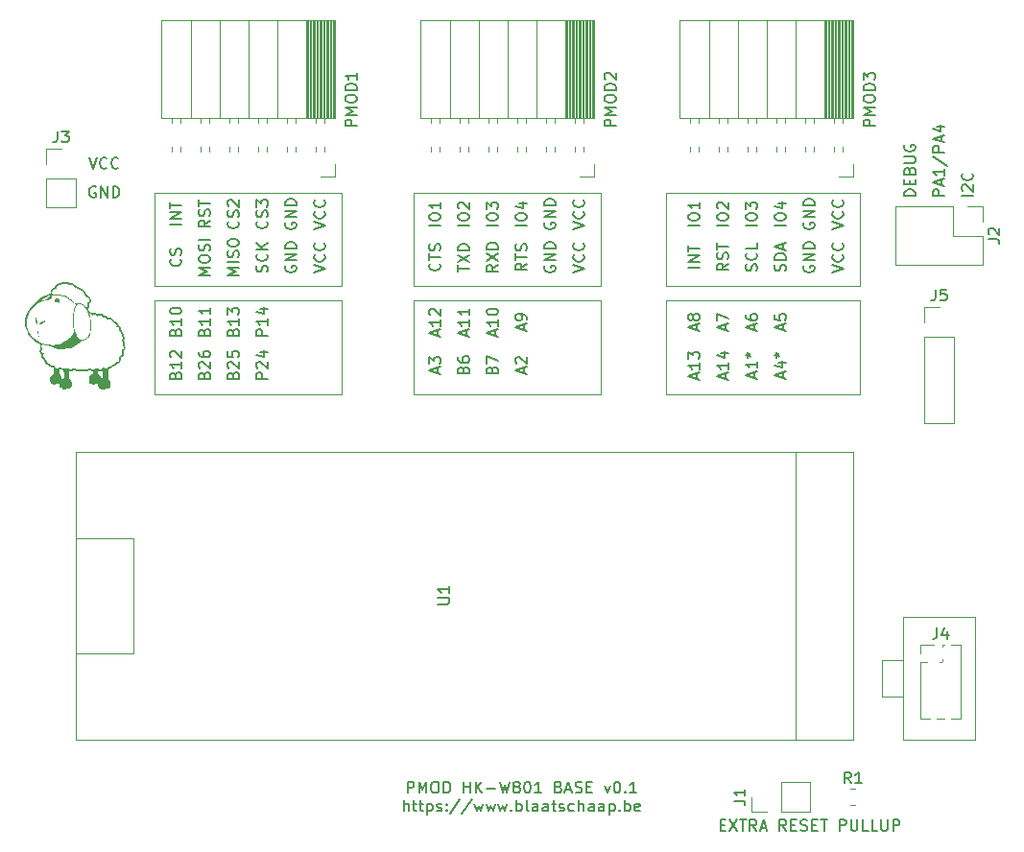
<source format=gbr>
%TF.GenerationSoftware,KiCad,Pcbnew,(6.0.10)*%
%TF.CreationDate,2023-01-05T14:16:51+01:00*%
%TF.ProjectId,pmod_hk-w801_baseboard,706d6f64-5f68-46b2-9d77-3830315f6261,rev?*%
%TF.SameCoordinates,Original*%
%TF.FileFunction,Legend,Top*%
%TF.FilePolarity,Positive*%
%FSLAX46Y46*%
G04 Gerber Fmt 4.6, Leading zero omitted, Abs format (unit mm)*
G04 Created by KiCad (PCBNEW (6.0.10)) date 2023-01-05 14:16:51*
%MOMM*%
%LPD*%
G01*
G04 APERTURE LIST*
%ADD10C,0.150000*%
%ADD11C,0.120000*%
G04 APERTURE END LIST*
D10*
X53848095Y-32520000D02*
X53752857Y-32472380D01*
X53610000Y-32472380D01*
X53467142Y-32520000D01*
X53371904Y-32615238D01*
X53324285Y-32710476D01*
X53276666Y-32900952D01*
X53276666Y-33043809D01*
X53324285Y-33234285D01*
X53371904Y-33329523D01*
X53467142Y-33424761D01*
X53610000Y-33472380D01*
X53705238Y-33472380D01*
X53848095Y-33424761D01*
X53895714Y-33377142D01*
X53895714Y-33043809D01*
X53705238Y-33043809D01*
X54324285Y-33472380D02*
X54324285Y-32472380D01*
X54895714Y-33472380D01*
X54895714Y-32472380D01*
X55371904Y-33472380D02*
X55371904Y-32472380D01*
X55610000Y-32472380D01*
X55752857Y-32520000D01*
X55848095Y-32615238D01*
X55895714Y-32710476D01*
X55943333Y-32900952D01*
X55943333Y-33043809D01*
X55895714Y-33234285D01*
X55848095Y-33329523D01*
X55752857Y-33424761D01*
X55610000Y-33472380D01*
X55371904Y-33472380D01*
X53276666Y-29932380D02*
X53610000Y-30932380D01*
X53943333Y-29932380D01*
X54848095Y-30837142D02*
X54800476Y-30884761D01*
X54657619Y-30932380D01*
X54562380Y-30932380D01*
X54419523Y-30884761D01*
X54324285Y-30789523D01*
X54276666Y-30694285D01*
X54229047Y-30503809D01*
X54229047Y-30360952D01*
X54276666Y-30170476D01*
X54324285Y-30075238D01*
X54419523Y-29980000D01*
X54562380Y-29932380D01*
X54657619Y-29932380D01*
X54800476Y-29980000D01*
X54848095Y-30027619D01*
X55848095Y-30837142D02*
X55800476Y-30884761D01*
X55657619Y-30932380D01*
X55562380Y-30932380D01*
X55419523Y-30884761D01*
X55324285Y-30789523D01*
X55276666Y-30694285D01*
X55229047Y-30503809D01*
X55229047Y-30360952D01*
X55276666Y-30170476D01*
X55324285Y-30075238D01*
X55419523Y-29980000D01*
X55562380Y-29932380D01*
X55657619Y-29932380D01*
X55800476Y-29980000D01*
X55848095Y-30027619D01*
X114466666Y-45164285D02*
X114466666Y-44688095D01*
X114752380Y-45259523D02*
X113752380Y-44926190D01*
X114752380Y-44592857D01*
X113752380Y-43783333D02*
X113752380Y-44259523D01*
X114228571Y-44307142D01*
X114180952Y-44259523D01*
X114133333Y-44164285D01*
X114133333Y-43926190D01*
X114180952Y-43830952D01*
X114228571Y-43783333D01*
X114323809Y-43735714D01*
X114561904Y-43735714D01*
X114657142Y-43783333D01*
X114704761Y-43830952D01*
X114752380Y-43926190D01*
X114752380Y-44164285D01*
X114704761Y-44259523D01*
X114657142Y-44307142D01*
X111926666Y-45164285D02*
X111926666Y-44688095D01*
X112212380Y-45259523D02*
X111212380Y-44926190D01*
X112212380Y-44592857D01*
X111212380Y-43830952D02*
X111212380Y-44021428D01*
X111260000Y-44116666D01*
X111307619Y-44164285D01*
X111450476Y-44259523D01*
X111640952Y-44307142D01*
X112021904Y-44307142D01*
X112117142Y-44259523D01*
X112164761Y-44211904D01*
X112212380Y-44116666D01*
X112212380Y-43926190D01*
X112164761Y-43830952D01*
X112117142Y-43783333D01*
X112021904Y-43735714D01*
X111783809Y-43735714D01*
X111688571Y-43783333D01*
X111640952Y-43830952D01*
X111593333Y-43926190D01*
X111593333Y-44116666D01*
X111640952Y-44211904D01*
X111688571Y-44259523D01*
X111783809Y-44307142D01*
X109386666Y-45164285D02*
X109386666Y-44688095D01*
X109672380Y-45259523D02*
X108672380Y-44926190D01*
X109672380Y-44592857D01*
X108672380Y-44354761D02*
X108672380Y-43688095D01*
X109672380Y-44116666D01*
X106846666Y-45164285D02*
X106846666Y-44688095D01*
X107132380Y-45259523D02*
X106132380Y-44926190D01*
X107132380Y-44592857D01*
X106560952Y-44116666D02*
X106513333Y-44211904D01*
X106465714Y-44259523D01*
X106370476Y-44307142D01*
X106322857Y-44307142D01*
X106227619Y-44259523D01*
X106180000Y-44211904D01*
X106132380Y-44116666D01*
X106132380Y-43926190D01*
X106180000Y-43830952D01*
X106227619Y-43783333D01*
X106322857Y-43735714D01*
X106370476Y-43735714D01*
X106465714Y-43783333D01*
X106513333Y-43830952D01*
X106560952Y-43926190D01*
X106560952Y-44116666D01*
X106608571Y-44211904D01*
X106656190Y-44259523D01*
X106751428Y-44307142D01*
X106941904Y-44307142D01*
X107037142Y-44259523D01*
X107084761Y-44211904D01*
X107132380Y-44116666D01*
X107132380Y-43926190D01*
X107084761Y-43830952D01*
X107037142Y-43783333D01*
X106941904Y-43735714D01*
X106751428Y-43735714D01*
X106656190Y-43783333D01*
X106608571Y-43830952D01*
X106560952Y-43926190D01*
X114466666Y-49355238D02*
X114466666Y-48879047D01*
X114752380Y-49450476D02*
X113752380Y-49117142D01*
X114752380Y-48783809D01*
X114085714Y-48021904D02*
X114752380Y-48021904D01*
X113704761Y-48260000D02*
X114419047Y-48498095D01*
X114419047Y-47879047D01*
X113752380Y-47355238D02*
X113990476Y-47355238D01*
X113895238Y-47593333D02*
X113990476Y-47355238D01*
X113895238Y-47117142D01*
X114180952Y-47498095D02*
X113990476Y-47355238D01*
X114180952Y-47212380D01*
X111926666Y-49355238D02*
X111926666Y-48879047D01*
X112212380Y-49450476D02*
X111212380Y-49117142D01*
X112212380Y-48783809D01*
X112212380Y-47926666D02*
X112212380Y-48498095D01*
X112212380Y-48212380D02*
X111212380Y-48212380D01*
X111355238Y-48307619D01*
X111450476Y-48402857D01*
X111498095Y-48498095D01*
X111212380Y-47355238D02*
X111450476Y-47355238D01*
X111355238Y-47593333D02*
X111450476Y-47355238D01*
X111355238Y-47117142D01*
X111640952Y-47498095D02*
X111450476Y-47355238D01*
X111640952Y-47212380D01*
X109386666Y-49450476D02*
X109386666Y-48974285D01*
X109672380Y-49545714D02*
X108672380Y-49212380D01*
X109672380Y-48879047D01*
X109672380Y-48021904D02*
X109672380Y-48593333D01*
X109672380Y-48307619D02*
X108672380Y-48307619D01*
X108815238Y-48402857D01*
X108910476Y-48498095D01*
X108958095Y-48593333D01*
X109005714Y-47164761D02*
X109672380Y-47164761D01*
X108624761Y-47402857D02*
X109339047Y-47640952D01*
X109339047Y-47021904D01*
X106846666Y-49450476D02*
X106846666Y-48974285D01*
X107132380Y-49545714D02*
X106132380Y-49212380D01*
X107132380Y-48879047D01*
X107132380Y-48021904D02*
X107132380Y-48593333D01*
X107132380Y-48307619D02*
X106132380Y-48307619D01*
X106275238Y-48402857D01*
X106370476Y-48498095D01*
X106418095Y-48593333D01*
X106132380Y-47688571D02*
X106132380Y-47069523D01*
X106513333Y-47402857D01*
X106513333Y-47260000D01*
X106560952Y-47164761D01*
X106608571Y-47117142D01*
X106703809Y-47069523D01*
X106941904Y-47069523D01*
X107037142Y-47117142D01*
X107084761Y-47164761D01*
X107132380Y-47260000D01*
X107132380Y-47545714D01*
X107084761Y-47640952D01*
X107037142Y-47688571D01*
X83986666Y-45640476D02*
X83986666Y-45164285D01*
X84272380Y-45735714D02*
X83272380Y-45402380D01*
X84272380Y-45069047D01*
X84272380Y-44211904D02*
X84272380Y-44783333D01*
X84272380Y-44497619D02*
X83272380Y-44497619D01*
X83415238Y-44592857D01*
X83510476Y-44688095D01*
X83558095Y-44783333D01*
X83367619Y-43830952D02*
X83320000Y-43783333D01*
X83272380Y-43688095D01*
X83272380Y-43450000D01*
X83320000Y-43354761D01*
X83367619Y-43307142D01*
X83462857Y-43259523D01*
X83558095Y-43259523D01*
X83700952Y-43307142D01*
X84272380Y-43878571D01*
X84272380Y-43259523D01*
X86526666Y-45640476D02*
X86526666Y-45164285D01*
X86812380Y-45735714D02*
X85812380Y-45402380D01*
X86812380Y-45069047D01*
X86812380Y-44211904D02*
X86812380Y-44783333D01*
X86812380Y-44497619D02*
X85812380Y-44497619D01*
X85955238Y-44592857D01*
X86050476Y-44688095D01*
X86098095Y-44783333D01*
X86812380Y-43259523D02*
X86812380Y-43830952D01*
X86812380Y-43545238D02*
X85812380Y-43545238D01*
X85955238Y-43640476D01*
X86050476Y-43735714D01*
X86098095Y-43830952D01*
X91606666Y-45164285D02*
X91606666Y-44688095D01*
X91892380Y-45259523D02*
X90892380Y-44926190D01*
X91892380Y-44592857D01*
X91892380Y-44211904D02*
X91892380Y-44021428D01*
X91844761Y-43926190D01*
X91797142Y-43878571D01*
X91654285Y-43783333D01*
X91463809Y-43735714D01*
X91082857Y-43735714D01*
X90987619Y-43783333D01*
X90940000Y-43830952D01*
X90892380Y-43926190D01*
X90892380Y-44116666D01*
X90940000Y-44211904D01*
X90987619Y-44259523D01*
X91082857Y-44307142D01*
X91320952Y-44307142D01*
X91416190Y-44259523D01*
X91463809Y-44211904D01*
X91511428Y-44116666D01*
X91511428Y-43926190D01*
X91463809Y-43830952D01*
X91416190Y-43783333D01*
X91320952Y-43735714D01*
X89066666Y-45640476D02*
X89066666Y-45164285D01*
X89352380Y-45735714D02*
X88352380Y-45402380D01*
X89352380Y-45069047D01*
X89352380Y-44211904D02*
X89352380Y-44783333D01*
X89352380Y-44497619D02*
X88352380Y-44497619D01*
X88495238Y-44592857D01*
X88590476Y-44688095D01*
X88638095Y-44783333D01*
X88352380Y-43592857D02*
X88352380Y-43497619D01*
X88400000Y-43402380D01*
X88447619Y-43354761D01*
X88542857Y-43307142D01*
X88733333Y-43259523D01*
X88971428Y-43259523D01*
X89161904Y-43307142D01*
X89257142Y-43354761D01*
X89304761Y-43402380D01*
X89352380Y-43497619D01*
X89352380Y-43592857D01*
X89304761Y-43688095D01*
X89257142Y-43735714D01*
X89161904Y-43783333D01*
X88971428Y-43830952D01*
X88733333Y-43830952D01*
X88542857Y-43783333D01*
X88447619Y-43735714D01*
X88400000Y-43688095D01*
X88352380Y-43592857D01*
X83986666Y-48974285D02*
X83986666Y-48498095D01*
X84272380Y-49069523D02*
X83272380Y-48736190D01*
X84272380Y-48402857D01*
X83272380Y-48164761D02*
X83272380Y-47545714D01*
X83653333Y-47879047D01*
X83653333Y-47736190D01*
X83700952Y-47640952D01*
X83748571Y-47593333D01*
X83843809Y-47545714D01*
X84081904Y-47545714D01*
X84177142Y-47593333D01*
X84224761Y-47640952D01*
X84272380Y-47736190D01*
X84272380Y-48021904D01*
X84224761Y-48117142D01*
X84177142Y-48164761D01*
X91606666Y-48974285D02*
X91606666Y-48498095D01*
X91892380Y-49069523D02*
X90892380Y-48736190D01*
X91892380Y-48402857D01*
X90987619Y-48117142D02*
X90940000Y-48069523D01*
X90892380Y-47974285D01*
X90892380Y-47736190D01*
X90940000Y-47640952D01*
X90987619Y-47593333D01*
X91082857Y-47545714D01*
X91178095Y-47545714D01*
X91320952Y-47593333D01*
X91892380Y-48164761D01*
X91892380Y-47545714D01*
X88828571Y-48664761D02*
X88876190Y-48521904D01*
X88923809Y-48474285D01*
X89019047Y-48426666D01*
X89161904Y-48426666D01*
X89257142Y-48474285D01*
X89304761Y-48521904D01*
X89352380Y-48617142D01*
X89352380Y-48998095D01*
X88352380Y-48998095D01*
X88352380Y-48664761D01*
X88400000Y-48569523D01*
X88447619Y-48521904D01*
X88542857Y-48474285D01*
X88638095Y-48474285D01*
X88733333Y-48521904D01*
X88780952Y-48569523D01*
X88828571Y-48664761D01*
X88828571Y-48998095D01*
X88352380Y-48093333D02*
X88352380Y-47426666D01*
X89352380Y-47855238D01*
X86288571Y-48664761D02*
X86336190Y-48521904D01*
X86383809Y-48474285D01*
X86479047Y-48426666D01*
X86621904Y-48426666D01*
X86717142Y-48474285D01*
X86764761Y-48521904D01*
X86812380Y-48617142D01*
X86812380Y-48998095D01*
X85812380Y-48998095D01*
X85812380Y-48664761D01*
X85860000Y-48569523D01*
X85907619Y-48521904D01*
X86002857Y-48474285D01*
X86098095Y-48474285D01*
X86193333Y-48521904D01*
X86240952Y-48569523D01*
X86288571Y-48664761D01*
X86288571Y-48998095D01*
X85812380Y-47569523D02*
X85812380Y-47760000D01*
X85860000Y-47855238D01*
X85907619Y-47902857D01*
X86050476Y-47998095D01*
X86240952Y-48045714D01*
X86621904Y-48045714D01*
X86717142Y-47998095D01*
X86764761Y-47950476D01*
X86812380Y-47855238D01*
X86812380Y-47664761D01*
X86764761Y-47569523D01*
X86717142Y-47521904D01*
X86621904Y-47474285D01*
X86383809Y-47474285D01*
X86288571Y-47521904D01*
X86240952Y-47569523D01*
X86193333Y-47664761D01*
X86193333Y-47855238D01*
X86240952Y-47950476D01*
X86288571Y-47998095D01*
X86383809Y-48045714D01*
X69032380Y-45664285D02*
X68032380Y-45664285D01*
X68032380Y-45283333D01*
X68080000Y-45188095D01*
X68127619Y-45140476D01*
X68222857Y-45092857D01*
X68365714Y-45092857D01*
X68460952Y-45140476D01*
X68508571Y-45188095D01*
X68556190Y-45283333D01*
X68556190Y-45664285D01*
X69032380Y-44140476D02*
X69032380Y-44711904D01*
X69032380Y-44426190D02*
X68032380Y-44426190D01*
X68175238Y-44521428D01*
X68270476Y-44616666D01*
X68318095Y-44711904D01*
X68365714Y-43283333D02*
X69032380Y-43283333D01*
X67984761Y-43521428D02*
X68699047Y-43759523D01*
X68699047Y-43140476D01*
X65968571Y-45330952D02*
X66016190Y-45188095D01*
X66063809Y-45140476D01*
X66159047Y-45092857D01*
X66301904Y-45092857D01*
X66397142Y-45140476D01*
X66444761Y-45188095D01*
X66492380Y-45283333D01*
X66492380Y-45664285D01*
X65492380Y-45664285D01*
X65492380Y-45330952D01*
X65540000Y-45235714D01*
X65587619Y-45188095D01*
X65682857Y-45140476D01*
X65778095Y-45140476D01*
X65873333Y-45188095D01*
X65920952Y-45235714D01*
X65968571Y-45330952D01*
X65968571Y-45664285D01*
X66492380Y-44140476D02*
X66492380Y-44711904D01*
X66492380Y-44426190D02*
X65492380Y-44426190D01*
X65635238Y-44521428D01*
X65730476Y-44616666D01*
X65778095Y-44711904D01*
X65492380Y-43807142D02*
X65492380Y-43188095D01*
X65873333Y-43521428D01*
X65873333Y-43378571D01*
X65920952Y-43283333D01*
X65968571Y-43235714D01*
X66063809Y-43188095D01*
X66301904Y-43188095D01*
X66397142Y-43235714D01*
X66444761Y-43283333D01*
X66492380Y-43378571D01*
X66492380Y-43664285D01*
X66444761Y-43759523D01*
X66397142Y-43807142D01*
X63428571Y-45330952D02*
X63476190Y-45188095D01*
X63523809Y-45140476D01*
X63619047Y-45092857D01*
X63761904Y-45092857D01*
X63857142Y-45140476D01*
X63904761Y-45188095D01*
X63952380Y-45283333D01*
X63952380Y-45664285D01*
X62952380Y-45664285D01*
X62952380Y-45330952D01*
X63000000Y-45235714D01*
X63047619Y-45188095D01*
X63142857Y-45140476D01*
X63238095Y-45140476D01*
X63333333Y-45188095D01*
X63380952Y-45235714D01*
X63428571Y-45330952D01*
X63428571Y-45664285D01*
X63952380Y-44140476D02*
X63952380Y-44711904D01*
X63952380Y-44426190D02*
X62952380Y-44426190D01*
X63095238Y-44521428D01*
X63190476Y-44616666D01*
X63238095Y-44711904D01*
X63952380Y-43188095D02*
X63952380Y-43759523D01*
X63952380Y-43473809D02*
X62952380Y-43473809D01*
X63095238Y-43569047D01*
X63190476Y-43664285D01*
X63238095Y-43759523D01*
X60888571Y-45330952D02*
X60936190Y-45188095D01*
X60983809Y-45140476D01*
X61079047Y-45092857D01*
X61221904Y-45092857D01*
X61317142Y-45140476D01*
X61364761Y-45188095D01*
X61412380Y-45283333D01*
X61412380Y-45664285D01*
X60412380Y-45664285D01*
X60412380Y-45330952D01*
X60460000Y-45235714D01*
X60507619Y-45188095D01*
X60602857Y-45140476D01*
X60698095Y-45140476D01*
X60793333Y-45188095D01*
X60840952Y-45235714D01*
X60888571Y-45330952D01*
X60888571Y-45664285D01*
X61412380Y-44140476D02*
X61412380Y-44711904D01*
X61412380Y-44426190D02*
X60412380Y-44426190D01*
X60555238Y-44521428D01*
X60650476Y-44616666D01*
X60698095Y-44711904D01*
X60412380Y-43521428D02*
X60412380Y-43426190D01*
X60460000Y-43330952D01*
X60507619Y-43283333D01*
X60602857Y-43235714D01*
X60793333Y-43188095D01*
X61031428Y-43188095D01*
X61221904Y-43235714D01*
X61317142Y-43283333D01*
X61364761Y-43330952D01*
X61412380Y-43426190D01*
X61412380Y-43521428D01*
X61364761Y-43616666D01*
X61317142Y-43664285D01*
X61221904Y-43711904D01*
X61031428Y-43759523D01*
X60793333Y-43759523D01*
X60602857Y-43711904D01*
X60507619Y-43664285D01*
X60460000Y-43616666D01*
X60412380Y-43521428D01*
X69032380Y-49474285D02*
X68032380Y-49474285D01*
X68032380Y-49093333D01*
X68080000Y-48998095D01*
X68127619Y-48950476D01*
X68222857Y-48902857D01*
X68365714Y-48902857D01*
X68460952Y-48950476D01*
X68508571Y-48998095D01*
X68556190Y-49093333D01*
X68556190Y-49474285D01*
X68127619Y-48521904D02*
X68080000Y-48474285D01*
X68032380Y-48379047D01*
X68032380Y-48140952D01*
X68080000Y-48045714D01*
X68127619Y-47998095D01*
X68222857Y-47950476D01*
X68318095Y-47950476D01*
X68460952Y-47998095D01*
X69032380Y-48569523D01*
X69032380Y-47950476D01*
X68365714Y-47093333D02*
X69032380Y-47093333D01*
X67984761Y-47331428D02*
X68699047Y-47569523D01*
X68699047Y-46950476D01*
X65968571Y-49140952D02*
X66016190Y-48998095D01*
X66063809Y-48950476D01*
X66159047Y-48902857D01*
X66301904Y-48902857D01*
X66397142Y-48950476D01*
X66444761Y-48998095D01*
X66492380Y-49093333D01*
X66492380Y-49474285D01*
X65492380Y-49474285D01*
X65492380Y-49140952D01*
X65540000Y-49045714D01*
X65587619Y-48998095D01*
X65682857Y-48950476D01*
X65778095Y-48950476D01*
X65873333Y-48998095D01*
X65920952Y-49045714D01*
X65968571Y-49140952D01*
X65968571Y-49474285D01*
X65587619Y-48521904D02*
X65540000Y-48474285D01*
X65492380Y-48379047D01*
X65492380Y-48140952D01*
X65540000Y-48045714D01*
X65587619Y-47998095D01*
X65682857Y-47950476D01*
X65778095Y-47950476D01*
X65920952Y-47998095D01*
X66492380Y-48569523D01*
X66492380Y-47950476D01*
X65492380Y-47045714D02*
X65492380Y-47521904D01*
X65968571Y-47569523D01*
X65920952Y-47521904D01*
X65873333Y-47426666D01*
X65873333Y-47188571D01*
X65920952Y-47093333D01*
X65968571Y-47045714D01*
X66063809Y-46998095D01*
X66301904Y-46998095D01*
X66397142Y-47045714D01*
X66444761Y-47093333D01*
X66492380Y-47188571D01*
X66492380Y-47426666D01*
X66444761Y-47521904D01*
X66397142Y-47569523D01*
X63428571Y-49140952D02*
X63476190Y-48998095D01*
X63523809Y-48950476D01*
X63619047Y-48902857D01*
X63761904Y-48902857D01*
X63857142Y-48950476D01*
X63904761Y-48998095D01*
X63952380Y-49093333D01*
X63952380Y-49474285D01*
X62952380Y-49474285D01*
X62952380Y-49140952D01*
X63000000Y-49045714D01*
X63047619Y-48998095D01*
X63142857Y-48950476D01*
X63238095Y-48950476D01*
X63333333Y-48998095D01*
X63380952Y-49045714D01*
X63428571Y-49140952D01*
X63428571Y-49474285D01*
X63047619Y-48521904D02*
X63000000Y-48474285D01*
X62952380Y-48379047D01*
X62952380Y-48140952D01*
X63000000Y-48045714D01*
X63047619Y-47998095D01*
X63142857Y-47950476D01*
X63238095Y-47950476D01*
X63380952Y-47998095D01*
X63952380Y-48569523D01*
X63952380Y-47950476D01*
X62952380Y-47093333D02*
X62952380Y-47283809D01*
X63000000Y-47379047D01*
X63047619Y-47426666D01*
X63190476Y-47521904D01*
X63380952Y-47569523D01*
X63761904Y-47569523D01*
X63857142Y-47521904D01*
X63904761Y-47474285D01*
X63952380Y-47379047D01*
X63952380Y-47188571D01*
X63904761Y-47093333D01*
X63857142Y-47045714D01*
X63761904Y-46998095D01*
X63523809Y-46998095D01*
X63428571Y-47045714D01*
X63380952Y-47093333D01*
X63333333Y-47188571D01*
X63333333Y-47379047D01*
X63380952Y-47474285D01*
X63428571Y-47521904D01*
X63523809Y-47569523D01*
X60888571Y-49140952D02*
X60936190Y-48998095D01*
X60983809Y-48950476D01*
X61079047Y-48902857D01*
X61221904Y-48902857D01*
X61317142Y-48950476D01*
X61364761Y-48998095D01*
X61412380Y-49093333D01*
X61412380Y-49474285D01*
X60412380Y-49474285D01*
X60412380Y-49140952D01*
X60460000Y-49045714D01*
X60507619Y-48998095D01*
X60602857Y-48950476D01*
X60698095Y-48950476D01*
X60793333Y-48998095D01*
X60840952Y-49045714D01*
X60888571Y-49140952D01*
X60888571Y-49474285D01*
X61412380Y-47950476D02*
X61412380Y-48521904D01*
X61412380Y-48236190D02*
X60412380Y-48236190D01*
X60555238Y-48331428D01*
X60650476Y-48426666D01*
X60698095Y-48521904D01*
X60507619Y-47569523D02*
X60460000Y-47521904D01*
X60412380Y-47426666D01*
X60412380Y-47188571D01*
X60460000Y-47093333D01*
X60507619Y-47045714D01*
X60602857Y-46998095D01*
X60698095Y-46998095D01*
X60840952Y-47045714D01*
X61412380Y-47617142D01*
X61412380Y-46998095D01*
D11*
X81915000Y-33020000D02*
X98425000Y-33020000D01*
X98425000Y-33020000D02*
X98425000Y-41275000D01*
X98425000Y-41275000D02*
X81915000Y-41275000D01*
X81915000Y-41275000D02*
X81915000Y-33020000D01*
X123190000Y-74295000D02*
X125095000Y-74295000D01*
X125095000Y-74295000D02*
X125095000Y-77470000D01*
X125095000Y-77470000D02*
X123190000Y-77470000D01*
X123190000Y-77470000D02*
X123190000Y-74295000D01*
X59055000Y-33020000D02*
X75565000Y-33020000D01*
X75565000Y-33020000D02*
X75565000Y-41275000D01*
X75565000Y-41275000D02*
X59055000Y-41275000D01*
X59055000Y-41275000D02*
X59055000Y-33020000D01*
X104140000Y-42545000D02*
X121285000Y-42545000D01*
X121285000Y-42545000D02*
X121285000Y-50800000D01*
X121285000Y-50800000D02*
X104140000Y-50800000D01*
X104140000Y-50800000D02*
X104140000Y-42545000D01*
X81915000Y-42545000D02*
X98425000Y-42545000D01*
X98425000Y-42545000D02*
X98425000Y-50800000D01*
X98425000Y-50800000D02*
X81915000Y-50800000D01*
X81915000Y-50800000D02*
X81915000Y-42545000D01*
X104140000Y-33020000D02*
X121285000Y-33020000D01*
X121285000Y-33020000D02*
X121285000Y-41275000D01*
X121285000Y-41275000D02*
X104140000Y-41275000D01*
X104140000Y-41275000D02*
X104140000Y-33020000D01*
X59055000Y-42545000D02*
X75565000Y-42545000D01*
X75565000Y-42545000D02*
X75565000Y-50800000D01*
X75565000Y-50800000D02*
X59055000Y-50800000D01*
X59055000Y-50800000D02*
X59055000Y-42545000D01*
X125095000Y-70485000D02*
X131445000Y-70485000D01*
X131445000Y-70485000D02*
X131445000Y-81280000D01*
X131445000Y-81280000D02*
X125095000Y-81280000D01*
X125095000Y-81280000D02*
X125095000Y-70485000D01*
D10*
X108959047Y-88828571D02*
X109292380Y-88828571D01*
X109435238Y-89352380D02*
X108959047Y-89352380D01*
X108959047Y-88352380D01*
X109435238Y-88352380D01*
X109768571Y-88352380D02*
X110435238Y-89352380D01*
X110435238Y-88352380D02*
X109768571Y-89352380D01*
X110673333Y-88352380D02*
X111244761Y-88352380D01*
X110959047Y-89352380D02*
X110959047Y-88352380D01*
X112149523Y-89352380D02*
X111816190Y-88876190D01*
X111578095Y-89352380D02*
X111578095Y-88352380D01*
X111959047Y-88352380D01*
X112054285Y-88400000D01*
X112101904Y-88447619D01*
X112149523Y-88542857D01*
X112149523Y-88685714D01*
X112101904Y-88780952D01*
X112054285Y-88828571D01*
X111959047Y-88876190D01*
X111578095Y-88876190D01*
X112530476Y-89066666D02*
X113006666Y-89066666D01*
X112435238Y-89352380D02*
X112768571Y-88352380D01*
X113101904Y-89352380D01*
X114768571Y-89352380D02*
X114435238Y-88876190D01*
X114197142Y-89352380D02*
X114197142Y-88352380D01*
X114578095Y-88352380D01*
X114673333Y-88400000D01*
X114720952Y-88447619D01*
X114768571Y-88542857D01*
X114768571Y-88685714D01*
X114720952Y-88780952D01*
X114673333Y-88828571D01*
X114578095Y-88876190D01*
X114197142Y-88876190D01*
X115197142Y-88828571D02*
X115530476Y-88828571D01*
X115673333Y-89352380D02*
X115197142Y-89352380D01*
X115197142Y-88352380D01*
X115673333Y-88352380D01*
X116054285Y-89304761D02*
X116197142Y-89352380D01*
X116435238Y-89352380D01*
X116530476Y-89304761D01*
X116578095Y-89257142D01*
X116625714Y-89161904D01*
X116625714Y-89066666D01*
X116578095Y-88971428D01*
X116530476Y-88923809D01*
X116435238Y-88876190D01*
X116244761Y-88828571D01*
X116149523Y-88780952D01*
X116101904Y-88733333D01*
X116054285Y-88638095D01*
X116054285Y-88542857D01*
X116101904Y-88447619D01*
X116149523Y-88400000D01*
X116244761Y-88352380D01*
X116482857Y-88352380D01*
X116625714Y-88400000D01*
X117054285Y-88828571D02*
X117387619Y-88828571D01*
X117530476Y-89352380D02*
X117054285Y-89352380D01*
X117054285Y-88352380D01*
X117530476Y-88352380D01*
X117816190Y-88352380D02*
X118387619Y-88352380D01*
X118101904Y-89352380D02*
X118101904Y-88352380D01*
X119482857Y-89352380D02*
X119482857Y-88352380D01*
X119863809Y-88352380D01*
X119959047Y-88400000D01*
X120006666Y-88447619D01*
X120054285Y-88542857D01*
X120054285Y-88685714D01*
X120006666Y-88780952D01*
X119959047Y-88828571D01*
X119863809Y-88876190D01*
X119482857Y-88876190D01*
X120482857Y-88352380D02*
X120482857Y-89161904D01*
X120530476Y-89257142D01*
X120578095Y-89304761D01*
X120673333Y-89352380D01*
X120863809Y-89352380D01*
X120959047Y-89304761D01*
X121006666Y-89257142D01*
X121054285Y-89161904D01*
X121054285Y-88352380D01*
X122006666Y-89352380D02*
X121530476Y-89352380D01*
X121530476Y-88352380D01*
X122816190Y-89352380D02*
X122339999Y-89352380D01*
X122339999Y-88352380D01*
X123149523Y-88352380D02*
X123149523Y-89161904D01*
X123197142Y-89257142D01*
X123244761Y-89304761D01*
X123339999Y-89352380D01*
X123530476Y-89352380D01*
X123625714Y-89304761D01*
X123673333Y-89257142D01*
X123720952Y-89161904D01*
X123720952Y-88352380D01*
X124197142Y-89352380D02*
X124197142Y-88352380D01*
X124578095Y-88352380D01*
X124673333Y-88400000D01*
X124720952Y-88447619D01*
X124768571Y-88542857D01*
X124768571Y-88685714D01*
X124720952Y-88780952D01*
X124673333Y-88828571D01*
X124578095Y-88876190D01*
X124197142Y-88876190D01*
X107132380Y-39639761D02*
X106132380Y-39639761D01*
X107132380Y-39163571D02*
X106132380Y-39163571D01*
X107132380Y-38592142D01*
X106132380Y-38592142D01*
X106132380Y-38258809D02*
X106132380Y-37687380D01*
X107132380Y-37973095D02*
X106132380Y-37973095D01*
X61412380Y-35829761D02*
X60412380Y-35829761D01*
X61412380Y-35353571D02*
X60412380Y-35353571D01*
X61412380Y-34782142D01*
X60412380Y-34782142D01*
X60412380Y-34448809D02*
X60412380Y-33877380D01*
X61412380Y-34163095D02*
X60412380Y-34163095D01*
X70620000Y-35686904D02*
X70572380Y-35782142D01*
X70572380Y-35925000D01*
X70620000Y-36067857D01*
X70715238Y-36163095D01*
X70810476Y-36210714D01*
X71000952Y-36258333D01*
X71143809Y-36258333D01*
X71334285Y-36210714D01*
X71429523Y-36163095D01*
X71524761Y-36067857D01*
X71572380Y-35925000D01*
X71572380Y-35829761D01*
X71524761Y-35686904D01*
X71477142Y-35639285D01*
X71143809Y-35639285D01*
X71143809Y-35829761D01*
X71572380Y-35210714D02*
X70572380Y-35210714D01*
X71572380Y-34639285D01*
X70572380Y-34639285D01*
X71572380Y-34163095D02*
X70572380Y-34163095D01*
X70572380Y-33925000D01*
X70620000Y-33782142D01*
X70715238Y-33686904D01*
X70810476Y-33639285D01*
X71000952Y-33591666D01*
X71143809Y-33591666D01*
X71334285Y-33639285D01*
X71429523Y-33686904D01*
X71524761Y-33782142D01*
X71572380Y-33925000D01*
X71572380Y-34163095D01*
X93480000Y-39496904D02*
X93432380Y-39592142D01*
X93432380Y-39735000D01*
X93480000Y-39877857D01*
X93575238Y-39973095D01*
X93670476Y-40020714D01*
X93860952Y-40068333D01*
X94003809Y-40068333D01*
X94194285Y-40020714D01*
X94289523Y-39973095D01*
X94384761Y-39877857D01*
X94432380Y-39735000D01*
X94432380Y-39639761D01*
X94384761Y-39496904D01*
X94337142Y-39449285D01*
X94003809Y-39449285D01*
X94003809Y-39639761D01*
X94432380Y-39020714D02*
X93432380Y-39020714D01*
X94432380Y-38449285D01*
X93432380Y-38449285D01*
X94432380Y-37973095D02*
X93432380Y-37973095D01*
X93432380Y-37735000D01*
X93480000Y-37592142D01*
X93575238Y-37496904D01*
X93670476Y-37449285D01*
X93860952Y-37401666D01*
X94003809Y-37401666D01*
X94194285Y-37449285D01*
X94289523Y-37496904D01*
X94384761Y-37592142D01*
X94432380Y-37735000D01*
X94432380Y-37973095D01*
X85812380Y-39996904D02*
X85812380Y-39425476D01*
X86812380Y-39711190D02*
X85812380Y-39711190D01*
X85812380Y-39187380D02*
X86812380Y-38520714D01*
X85812380Y-38520714D02*
X86812380Y-39187380D01*
X86812380Y-38139761D02*
X85812380Y-38139761D01*
X85812380Y-37901666D01*
X85860000Y-37758809D01*
X85955238Y-37663571D01*
X86050476Y-37615952D01*
X86240952Y-37568333D01*
X86383809Y-37568333D01*
X86574285Y-37615952D01*
X86669523Y-37663571D01*
X86764761Y-37758809D01*
X86812380Y-37901666D01*
X86812380Y-38139761D01*
X91892380Y-39282619D02*
X91416190Y-39615952D01*
X91892380Y-39854047D02*
X90892380Y-39854047D01*
X90892380Y-39473095D01*
X90940000Y-39377857D01*
X90987619Y-39330238D01*
X91082857Y-39282619D01*
X91225714Y-39282619D01*
X91320952Y-39330238D01*
X91368571Y-39377857D01*
X91416190Y-39473095D01*
X91416190Y-39854047D01*
X90892380Y-38996904D02*
X90892380Y-38425476D01*
X91892380Y-38711190D02*
X90892380Y-38711190D01*
X91844761Y-38139761D02*
X91892380Y-37996904D01*
X91892380Y-37758809D01*
X91844761Y-37663571D01*
X91797142Y-37615952D01*
X91701904Y-37568333D01*
X91606666Y-37568333D01*
X91511428Y-37615952D01*
X91463809Y-37663571D01*
X91416190Y-37758809D01*
X91368571Y-37949285D01*
X91320952Y-38044523D01*
X91273333Y-38092142D01*
X91178095Y-38139761D01*
X91082857Y-38139761D01*
X90987619Y-38092142D01*
X90940000Y-38044523D01*
X90892380Y-37949285D01*
X90892380Y-37711190D01*
X90940000Y-37568333D01*
X118832380Y-40068333D02*
X119832380Y-39735000D01*
X118832380Y-39401666D01*
X119737142Y-38496904D02*
X119784761Y-38544523D01*
X119832380Y-38687380D01*
X119832380Y-38782619D01*
X119784761Y-38925476D01*
X119689523Y-39020714D01*
X119594285Y-39068333D01*
X119403809Y-39115952D01*
X119260952Y-39115952D01*
X119070476Y-39068333D01*
X118975238Y-39020714D01*
X118880000Y-38925476D01*
X118832380Y-38782619D01*
X118832380Y-38687380D01*
X118880000Y-38544523D01*
X118927619Y-38496904D01*
X119737142Y-37496904D02*
X119784761Y-37544523D01*
X119832380Y-37687380D01*
X119832380Y-37782619D01*
X119784761Y-37925476D01*
X119689523Y-38020714D01*
X119594285Y-38068333D01*
X119403809Y-38115952D01*
X119260952Y-38115952D01*
X119070476Y-38068333D01*
X118975238Y-38020714D01*
X118880000Y-37925476D01*
X118832380Y-37782619D01*
X118832380Y-37687380D01*
X118880000Y-37544523D01*
X118927619Y-37496904D01*
X107132380Y-35925000D02*
X106132380Y-35925000D01*
X106132380Y-35258333D02*
X106132380Y-35067857D01*
X106180000Y-34972619D01*
X106275238Y-34877380D01*
X106465714Y-34829761D01*
X106799047Y-34829761D01*
X106989523Y-34877380D01*
X107084761Y-34972619D01*
X107132380Y-35067857D01*
X107132380Y-35258333D01*
X107084761Y-35353571D01*
X106989523Y-35448809D01*
X106799047Y-35496428D01*
X106465714Y-35496428D01*
X106275238Y-35448809D01*
X106180000Y-35353571D01*
X106132380Y-35258333D01*
X107132380Y-33877380D02*
X107132380Y-34448809D01*
X107132380Y-34163095D02*
X106132380Y-34163095D01*
X106275238Y-34258333D01*
X106370476Y-34353571D01*
X106418095Y-34448809D01*
X81368571Y-86007380D02*
X81368571Y-85007380D01*
X81749523Y-85007380D01*
X81844761Y-85055000D01*
X81892380Y-85102619D01*
X81940000Y-85197857D01*
X81940000Y-85340714D01*
X81892380Y-85435952D01*
X81844761Y-85483571D01*
X81749523Y-85531190D01*
X81368571Y-85531190D01*
X82368571Y-86007380D02*
X82368571Y-85007380D01*
X82701904Y-85721666D01*
X83035238Y-85007380D01*
X83035238Y-86007380D01*
X83701904Y-85007380D02*
X83892380Y-85007380D01*
X83987619Y-85055000D01*
X84082857Y-85150238D01*
X84130476Y-85340714D01*
X84130476Y-85674047D01*
X84082857Y-85864523D01*
X83987619Y-85959761D01*
X83892380Y-86007380D01*
X83701904Y-86007380D01*
X83606666Y-85959761D01*
X83511428Y-85864523D01*
X83463809Y-85674047D01*
X83463809Y-85340714D01*
X83511428Y-85150238D01*
X83606666Y-85055000D01*
X83701904Y-85007380D01*
X84559047Y-86007380D02*
X84559047Y-85007380D01*
X84797142Y-85007380D01*
X84940000Y-85055000D01*
X85035238Y-85150238D01*
X85082857Y-85245476D01*
X85130476Y-85435952D01*
X85130476Y-85578809D01*
X85082857Y-85769285D01*
X85035238Y-85864523D01*
X84940000Y-85959761D01*
X84797142Y-86007380D01*
X84559047Y-86007380D01*
X86320952Y-86007380D02*
X86320952Y-85007380D01*
X86320952Y-85483571D02*
X86892380Y-85483571D01*
X86892380Y-86007380D02*
X86892380Y-85007380D01*
X87368571Y-86007380D02*
X87368571Y-85007380D01*
X87940000Y-86007380D02*
X87511428Y-85435952D01*
X87940000Y-85007380D02*
X87368571Y-85578809D01*
X88368571Y-85626428D02*
X89130476Y-85626428D01*
X89511428Y-85007380D02*
X89749523Y-86007380D01*
X89940000Y-85293095D01*
X90130476Y-86007380D01*
X90368571Y-85007380D01*
X90892380Y-85435952D02*
X90797142Y-85388333D01*
X90749523Y-85340714D01*
X90701904Y-85245476D01*
X90701904Y-85197857D01*
X90749523Y-85102619D01*
X90797142Y-85055000D01*
X90892380Y-85007380D01*
X91082857Y-85007380D01*
X91178095Y-85055000D01*
X91225714Y-85102619D01*
X91273333Y-85197857D01*
X91273333Y-85245476D01*
X91225714Y-85340714D01*
X91178095Y-85388333D01*
X91082857Y-85435952D01*
X90892380Y-85435952D01*
X90797142Y-85483571D01*
X90749523Y-85531190D01*
X90701904Y-85626428D01*
X90701904Y-85816904D01*
X90749523Y-85912142D01*
X90797142Y-85959761D01*
X90892380Y-86007380D01*
X91082857Y-86007380D01*
X91178095Y-85959761D01*
X91225714Y-85912142D01*
X91273333Y-85816904D01*
X91273333Y-85626428D01*
X91225714Y-85531190D01*
X91178095Y-85483571D01*
X91082857Y-85435952D01*
X91892380Y-85007380D02*
X91987619Y-85007380D01*
X92082857Y-85055000D01*
X92130476Y-85102619D01*
X92178095Y-85197857D01*
X92225714Y-85388333D01*
X92225714Y-85626428D01*
X92178095Y-85816904D01*
X92130476Y-85912142D01*
X92082857Y-85959761D01*
X91987619Y-86007380D01*
X91892380Y-86007380D01*
X91797142Y-85959761D01*
X91749523Y-85912142D01*
X91701904Y-85816904D01*
X91654285Y-85626428D01*
X91654285Y-85388333D01*
X91701904Y-85197857D01*
X91749523Y-85102619D01*
X91797142Y-85055000D01*
X91892380Y-85007380D01*
X93178095Y-86007380D02*
X92606666Y-86007380D01*
X92892380Y-86007380D02*
X92892380Y-85007380D01*
X92797142Y-85150238D01*
X92701904Y-85245476D01*
X92606666Y-85293095D01*
X94701904Y-85483571D02*
X94844761Y-85531190D01*
X94892380Y-85578809D01*
X94940000Y-85674047D01*
X94940000Y-85816904D01*
X94892380Y-85912142D01*
X94844761Y-85959761D01*
X94749523Y-86007380D01*
X94368571Y-86007380D01*
X94368571Y-85007380D01*
X94701904Y-85007380D01*
X94797142Y-85055000D01*
X94844761Y-85102619D01*
X94892380Y-85197857D01*
X94892380Y-85293095D01*
X94844761Y-85388333D01*
X94797142Y-85435952D01*
X94701904Y-85483571D01*
X94368571Y-85483571D01*
X95320952Y-85721666D02*
X95797142Y-85721666D01*
X95225714Y-86007380D02*
X95559047Y-85007380D01*
X95892380Y-86007380D01*
X96178095Y-85959761D02*
X96320952Y-86007380D01*
X96559047Y-86007380D01*
X96654285Y-85959761D01*
X96701904Y-85912142D01*
X96749523Y-85816904D01*
X96749523Y-85721666D01*
X96701904Y-85626428D01*
X96654285Y-85578809D01*
X96559047Y-85531190D01*
X96368571Y-85483571D01*
X96273333Y-85435952D01*
X96225714Y-85388333D01*
X96178095Y-85293095D01*
X96178095Y-85197857D01*
X96225714Y-85102619D01*
X96273333Y-85055000D01*
X96368571Y-85007380D01*
X96606666Y-85007380D01*
X96749523Y-85055000D01*
X97178095Y-85483571D02*
X97511428Y-85483571D01*
X97654285Y-86007380D02*
X97178095Y-86007380D01*
X97178095Y-85007380D01*
X97654285Y-85007380D01*
X98749523Y-85340714D02*
X98987619Y-86007380D01*
X99225714Y-85340714D01*
X99797142Y-85007380D02*
X99892380Y-85007380D01*
X99987619Y-85055000D01*
X100035238Y-85102619D01*
X100082857Y-85197857D01*
X100130476Y-85388333D01*
X100130476Y-85626428D01*
X100082857Y-85816904D01*
X100035238Y-85912142D01*
X99987619Y-85959761D01*
X99892380Y-86007380D01*
X99797142Y-86007380D01*
X99701904Y-85959761D01*
X99654285Y-85912142D01*
X99606666Y-85816904D01*
X99559047Y-85626428D01*
X99559047Y-85388333D01*
X99606666Y-85197857D01*
X99654285Y-85102619D01*
X99701904Y-85055000D01*
X99797142Y-85007380D01*
X100559047Y-85912142D02*
X100606666Y-85959761D01*
X100559047Y-86007380D01*
X100511428Y-85959761D01*
X100559047Y-85912142D01*
X100559047Y-86007380D01*
X101559047Y-86007380D02*
X100987619Y-86007380D01*
X101273333Y-86007380D02*
X101273333Y-85007380D01*
X101178095Y-85150238D01*
X101082857Y-85245476D01*
X100987619Y-85293095D01*
X81035238Y-87617380D02*
X81035238Y-86617380D01*
X81463809Y-87617380D02*
X81463809Y-87093571D01*
X81416190Y-86998333D01*
X81320952Y-86950714D01*
X81178095Y-86950714D01*
X81082857Y-86998333D01*
X81035238Y-87045952D01*
X81797142Y-86950714D02*
X82178095Y-86950714D01*
X81940000Y-86617380D02*
X81940000Y-87474523D01*
X81987619Y-87569761D01*
X82082857Y-87617380D01*
X82178095Y-87617380D01*
X82368571Y-86950714D02*
X82749523Y-86950714D01*
X82511428Y-86617380D02*
X82511428Y-87474523D01*
X82559047Y-87569761D01*
X82654285Y-87617380D01*
X82749523Y-87617380D01*
X83082857Y-86950714D02*
X83082857Y-87950714D01*
X83082857Y-86998333D02*
X83178095Y-86950714D01*
X83368571Y-86950714D01*
X83463809Y-86998333D01*
X83511428Y-87045952D01*
X83559047Y-87141190D01*
X83559047Y-87426904D01*
X83511428Y-87522142D01*
X83463809Y-87569761D01*
X83368571Y-87617380D01*
X83178095Y-87617380D01*
X83082857Y-87569761D01*
X83940000Y-87569761D02*
X84035238Y-87617380D01*
X84225714Y-87617380D01*
X84320952Y-87569761D01*
X84368571Y-87474523D01*
X84368571Y-87426904D01*
X84320952Y-87331666D01*
X84225714Y-87284047D01*
X84082857Y-87284047D01*
X83987619Y-87236428D01*
X83940000Y-87141190D01*
X83940000Y-87093571D01*
X83987619Y-86998333D01*
X84082857Y-86950714D01*
X84225714Y-86950714D01*
X84320952Y-86998333D01*
X84797142Y-87522142D02*
X84844761Y-87569761D01*
X84797142Y-87617380D01*
X84749523Y-87569761D01*
X84797142Y-87522142D01*
X84797142Y-87617380D01*
X84797142Y-86998333D02*
X84844761Y-87045952D01*
X84797142Y-87093571D01*
X84749523Y-87045952D01*
X84797142Y-86998333D01*
X84797142Y-87093571D01*
X85987619Y-86569761D02*
X85130476Y-87855476D01*
X87035238Y-86569761D02*
X86178095Y-87855476D01*
X87273333Y-86950714D02*
X87463809Y-87617380D01*
X87654285Y-87141190D01*
X87844761Y-87617380D01*
X88035238Y-86950714D01*
X88320952Y-86950714D02*
X88511428Y-87617380D01*
X88701904Y-87141190D01*
X88892380Y-87617380D01*
X89082857Y-86950714D01*
X89368571Y-86950714D02*
X89559047Y-87617380D01*
X89749523Y-87141190D01*
X89940000Y-87617380D01*
X90130476Y-86950714D01*
X90511428Y-87522142D02*
X90559047Y-87569761D01*
X90511428Y-87617380D01*
X90463809Y-87569761D01*
X90511428Y-87522142D01*
X90511428Y-87617380D01*
X90987619Y-87617380D02*
X90987619Y-86617380D01*
X90987619Y-86998333D02*
X91082857Y-86950714D01*
X91273333Y-86950714D01*
X91368571Y-86998333D01*
X91416190Y-87045952D01*
X91463809Y-87141190D01*
X91463809Y-87426904D01*
X91416190Y-87522142D01*
X91368571Y-87569761D01*
X91273333Y-87617380D01*
X91082857Y-87617380D01*
X90987619Y-87569761D01*
X92035238Y-87617380D02*
X91940000Y-87569761D01*
X91892380Y-87474523D01*
X91892380Y-86617380D01*
X92844761Y-87617380D02*
X92844761Y-87093571D01*
X92797142Y-86998333D01*
X92701904Y-86950714D01*
X92511428Y-86950714D01*
X92416190Y-86998333D01*
X92844761Y-87569761D02*
X92749523Y-87617380D01*
X92511428Y-87617380D01*
X92416190Y-87569761D01*
X92368571Y-87474523D01*
X92368571Y-87379285D01*
X92416190Y-87284047D01*
X92511428Y-87236428D01*
X92749523Y-87236428D01*
X92844761Y-87188809D01*
X93749523Y-87617380D02*
X93749523Y-87093571D01*
X93701904Y-86998333D01*
X93606666Y-86950714D01*
X93416190Y-86950714D01*
X93320952Y-86998333D01*
X93749523Y-87569761D02*
X93654285Y-87617380D01*
X93416190Y-87617380D01*
X93320952Y-87569761D01*
X93273333Y-87474523D01*
X93273333Y-87379285D01*
X93320952Y-87284047D01*
X93416190Y-87236428D01*
X93654285Y-87236428D01*
X93749523Y-87188809D01*
X94082857Y-86950714D02*
X94463809Y-86950714D01*
X94225714Y-86617380D02*
X94225714Y-87474523D01*
X94273333Y-87569761D01*
X94368571Y-87617380D01*
X94463809Y-87617380D01*
X94749523Y-87569761D02*
X94844761Y-87617380D01*
X95035238Y-87617380D01*
X95130476Y-87569761D01*
X95178095Y-87474523D01*
X95178095Y-87426904D01*
X95130476Y-87331666D01*
X95035238Y-87284047D01*
X94892380Y-87284047D01*
X94797142Y-87236428D01*
X94749523Y-87141190D01*
X94749523Y-87093571D01*
X94797142Y-86998333D01*
X94892380Y-86950714D01*
X95035238Y-86950714D01*
X95130476Y-86998333D01*
X96035238Y-87569761D02*
X95940000Y-87617380D01*
X95749523Y-87617380D01*
X95654285Y-87569761D01*
X95606666Y-87522142D01*
X95559047Y-87426904D01*
X95559047Y-87141190D01*
X95606666Y-87045952D01*
X95654285Y-86998333D01*
X95749523Y-86950714D01*
X95940000Y-86950714D01*
X96035238Y-86998333D01*
X96463809Y-87617380D02*
X96463809Y-86617380D01*
X96892380Y-87617380D02*
X96892380Y-87093571D01*
X96844761Y-86998333D01*
X96749523Y-86950714D01*
X96606666Y-86950714D01*
X96511428Y-86998333D01*
X96463809Y-87045952D01*
X97797142Y-87617380D02*
X97797142Y-87093571D01*
X97749523Y-86998333D01*
X97654285Y-86950714D01*
X97463809Y-86950714D01*
X97368571Y-86998333D01*
X97797142Y-87569761D02*
X97701904Y-87617380D01*
X97463809Y-87617380D01*
X97368571Y-87569761D01*
X97320952Y-87474523D01*
X97320952Y-87379285D01*
X97368571Y-87284047D01*
X97463809Y-87236428D01*
X97701904Y-87236428D01*
X97797142Y-87188809D01*
X98701904Y-87617380D02*
X98701904Y-87093571D01*
X98654285Y-86998333D01*
X98559047Y-86950714D01*
X98368571Y-86950714D01*
X98273333Y-86998333D01*
X98701904Y-87569761D02*
X98606666Y-87617380D01*
X98368571Y-87617380D01*
X98273333Y-87569761D01*
X98225714Y-87474523D01*
X98225714Y-87379285D01*
X98273333Y-87284047D01*
X98368571Y-87236428D01*
X98606666Y-87236428D01*
X98701904Y-87188809D01*
X99178095Y-86950714D02*
X99178095Y-87950714D01*
X99178095Y-86998333D02*
X99273333Y-86950714D01*
X99463809Y-86950714D01*
X99559047Y-86998333D01*
X99606666Y-87045952D01*
X99654285Y-87141190D01*
X99654285Y-87426904D01*
X99606666Y-87522142D01*
X99559047Y-87569761D01*
X99463809Y-87617380D01*
X99273333Y-87617380D01*
X99178095Y-87569761D01*
X100082857Y-87522142D02*
X100130476Y-87569761D01*
X100082857Y-87617380D01*
X100035238Y-87569761D01*
X100082857Y-87522142D01*
X100082857Y-87617380D01*
X100559047Y-87617380D02*
X100559047Y-86617380D01*
X100559047Y-86998333D02*
X100654285Y-86950714D01*
X100844761Y-86950714D01*
X100940000Y-86998333D01*
X100987619Y-87045952D01*
X101035238Y-87141190D01*
X101035238Y-87426904D01*
X100987619Y-87522142D01*
X100940000Y-87569761D01*
X100844761Y-87617380D01*
X100654285Y-87617380D01*
X100559047Y-87569761D01*
X101844761Y-87569761D02*
X101749523Y-87617380D01*
X101559047Y-87617380D01*
X101463809Y-87569761D01*
X101416190Y-87474523D01*
X101416190Y-87093571D01*
X101463809Y-86998333D01*
X101559047Y-86950714D01*
X101749523Y-86950714D01*
X101844761Y-86998333D01*
X101892380Y-87093571D01*
X101892380Y-87188809D01*
X101416190Y-87284047D01*
X84177142Y-39282619D02*
X84224761Y-39330238D01*
X84272380Y-39473095D01*
X84272380Y-39568333D01*
X84224761Y-39711190D01*
X84129523Y-39806428D01*
X84034285Y-39854047D01*
X83843809Y-39901666D01*
X83700952Y-39901666D01*
X83510476Y-39854047D01*
X83415238Y-39806428D01*
X83320000Y-39711190D01*
X83272380Y-39568333D01*
X83272380Y-39473095D01*
X83320000Y-39330238D01*
X83367619Y-39282619D01*
X83272380Y-38996904D02*
X83272380Y-38425476D01*
X84272380Y-38711190D02*
X83272380Y-38711190D01*
X84224761Y-38139761D02*
X84272380Y-37996904D01*
X84272380Y-37758809D01*
X84224761Y-37663571D01*
X84177142Y-37615952D01*
X84081904Y-37568333D01*
X83986666Y-37568333D01*
X83891428Y-37615952D01*
X83843809Y-37663571D01*
X83796190Y-37758809D01*
X83748571Y-37949285D01*
X83700952Y-38044523D01*
X83653333Y-38092142D01*
X83558095Y-38139761D01*
X83462857Y-38139761D01*
X83367619Y-38092142D01*
X83320000Y-38044523D01*
X83272380Y-37949285D01*
X83272380Y-37711190D01*
X83320000Y-37568333D01*
X84272380Y-35925000D02*
X83272380Y-35925000D01*
X83272380Y-35258333D02*
X83272380Y-35067857D01*
X83320000Y-34972619D01*
X83415238Y-34877380D01*
X83605714Y-34829761D01*
X83939047Y-34829761D01*
X84129523Y-34877380D01*
X84224761Y-34972619D01*
X84272380Y-35067857D01*
X84272380Y-35258333D01*
X84224761Y-35353571D01*
X84129523Y-35448809D01*
X83939047Y-35496428D01*
X83605714Y-35496428D01*
X83415238Y-35448809D01*
X83320000Y-35353571D01*
X83272380Y-35258333D01*
X84272380Y-33877380D02*
X84272380Y-34448809D01*
X84272380Y-34163095D02*
X83272380Y-34163095D01*
X83415238Y-34258333D01*
X83510476Y-34353571D01*
X83558095Y-34448809D01*
X131262380Y-33319404D02*
X130262380Y-33319404D01*
X130357619Y-32890833D02*
X130310000Y-32843214D01*
X130262380Y-32747976D01*
X130262380Y-32509880D01*
X130310000Y-32414642D01*
X130357619Y-32367023D01*
X130452857Y-32319404D01*
X130548095Y-32319404D01*
X130690952Y-32367023D01*
X131262380Y-32938452D01*
X131262380Y-32319404D01*
X131167142Y-31319404D02*
X131214761Y-31367023D01*
X131262380Y-31509880D01*
X131262380Y-31605119D01*
X131214761Y-31747976D01*
X131119523Y-31843214D01*
X131024285Y-31890833D01*
X130833809Y-31938452D01*
X130690952Y-31938452D01*
X130500476Y-31890833D01*
X130405238Y-31843214D01*
X130310000Y-31747976D01*
X130262380Y-31605119D01*
X130262380Y-31509880D01*
X130310000Y-31367023D01*
X130357619Y-31319404D01*
X61317142Y-38901666D02*
X61364761Y-38949285D01*
X61412380Y-39092142D01*
X61412380Y-39187380D01*
X61364761Y-39330238D01*
X61269523Y-39425476D01*
X61174285Y-39473095D01*
X60983809Y-39520714D01*
X60840952Y-39520714D01*
X60650476Y-39473095D01*
X60555238Y-39425476D01*
X60460000Y-39330238D01*
X60412380Y-39187380D01*
X60412380Y-39092142D01*
X60460000Y-38949285D01*
X60507619Y-38901666D01*
X61364761Y-38520714D02*
X61412380Y-38377857D01*
X61412380Y-38139761D01*
X61364761Y-38044523D01*
X61317142Y-37996904D01*
X61221904Y-37949285D01*
X61126666Y-37949285D01*
X61031428Y-37996904D01*
X60983809Y-38044523D01*
X60936190Y-38139761D01*
X60888571Y-38330238D01*
X60840952Y-38425476D01*
X60793333Y-38473095D01*
X60698095Y-38520714D01*
X60602857Y-38520714D01*
X60507619Y-38473095D01*
X60460000Y-38425476D01*
X60412380Y-38330238D01*
X60412380Y-38092142D01*
X60460000Y-37949285D01*
X66492380Y-40306428D02*
X65492380Y-40306428D01*
X66206666Y-39973095D01*
X65492380Y-39639761D01*
X66492380Y-39639761D01*
X66492380Y-39163571D02*
X65492380Y-39163571D01*
X66444761Y-38735000D02*
X66492380Y-38592142D01*
X66492380Y-38354047D01*
X66444761Y-38258809D01*
X66397142Y-38211190D01*
X66301904Y-38163571D01*
X66206666Y-38163571D01*
X66111428Y-38211190D01*
X66063809Y-38258809D01*
X66016190Y-38354047D01*
X65968571Y-38544523D01*
X65920952Y-38639761D01*
X65873333Y-38687380D01*
X65778095Y-38735000D01*
X65682857Y-38735000D01*
X65587619Y-38687380D01*
X65540000Y-38639761D01*
X65492380Y-38544523D01*
X65492380Y-38306428D01*
X65540000Y-38163571D01*
X65492380Y-37544523D02*
X65492380Y-37354047D01*
X65540000Y-37258809D01*
X65635238Y-37163571D01*
X65825714Y-37115952D01*
X66159047Y-37115952D01*
X66349523Y-37163571D01*
X66444761Y-37258809D01*
X66492380Y-37354047D01*
X66492380Y-37544523D01*
X66444761Y-37639761D01*
X66349523Y-37735000D01*
X66159047Y-37782619D01*
X65825714Y-37782619D01*
X65635238Y-37735000D01*
X65540000Y-37639761D01*
X65492380Y-37544523D01*
X68984761Y-40020714D02*
X69032380Y-39877857D01*
X69032380Y-39639761D01*
X68984761Y-39544523D01*
X68937142Y-39496904D01*
X68841904Y-39449285D01*
X68746666Y-39449285D01*
X68651428Y-39496904D01*
X68603809Y-39544523D01*
X68556190Y-39639761D01*
X68508571Y-39830238D01*
X68460952Y-39925476D01*
X68413333Y-39973095D01*
X68318095Y-40020714D01*
X68222857Y-40020714D01*
X68127619Y-39973095D01*
X68080000Y-39925476D01*
X68032380Y-39830238D01*
X68032380Y-39592142D01*
X68080000Y-39449285D01*
X68937142Y-38449285D02*
X68984761Y-38496904D01*
X69032380Y-38639761D01*
X69032380Y-38735000D01*
X68984761Y-38877857D01*
X68889523Y-38973095D01*
X68794285Y-39020714D01*
X68603809Y-39068333D01*
X68460952Y-39068333D01*
X68270476Y-39020714D01*
X68175238Y-38973095D01*
X68080000Y-38877857D01*
X68032380Y-38735000D01*
X68032380Y-38639761D01*
X68080000Y-38496904D01*
X68127619Y-38449285D01*
X69032380Y-38020714D02*
X68032380Y-38020714D01*
X69032380Y-37449285D02*
X68460952Y-37877857D01*
X68032380Y-37449285D02*
X68603809Y-38020714D01*
X70620000Y-39496904D02*
X70572380Y-39592142D01*
X70572380Y-39735000D01*
X70620000Y-39877857D01*
X70715238Y-39973095D01*
X70810476Y-40020714D01*
X71000952Y-40068333D01*
X71143809Y-40068333D01*
X71334285Y-40020714D01*
X71429523Y-39973095D01*
X71524761Y-39877857D01*
X71572380Y-39735000D01*
X71572380Y-39639761D01*
X71524761Y-39496904D01*
X71477142Y-39449285D01*
X71143809Y-39449285D01*
X71143809Y-39639761D01*
X71572380Y-39020714D02*
X70572380Y-39020714D01*
X71572380Y-38449285D01*
X70572380Y-38449285D01*
X71572380Y-37973095D02*
X70572380Y-37973095D01*
X70572380Y-37735000D01*
X70620000Y-37592142D01*
X70715238Y-37496904D01*
X70810476Y-37449285D01*
X71000952Y-37401666D01*
X71143809Y-37401666D01*
X71334285Y-37449285D01*
X71429523Y-37496904D01*
X71524761Y-37592142D01*
X71572380Y-37735000D01*
X71572380Y-37973095D01*
X116340000Y-39496904D02*
X116292380Y-39592142D01*
X116292380Y-39735000D01*
X116340000Y-39877857D01*
X116435238Y-39973095D01*
X116530476Y-40020714D01*
X116720952Y-40068333D01*
X116863809Y-40068333D01*
X117054285Y-40020714D01*
X117149523Y-39973095D01*
X117244761Y-39877857D01*
X117292380Y-39735000D01*
X117292380Y-39639761D01*
X117244761Y-39496904D01*
X117197142Y-39449285D01*
X116863809Y-39449285D01*
X116863809Y-39639761D01*
X117292380Y-39020714D02*
X116292380Y-39020714D01*
X117292380Y-38449285D01*
X116292380Y-38449285D01*
X117292380Y-37973095D02*
X116292380Y-37973095D01*
X116292380Y-37735000D01*
X116340000Y-37592142D01*
X116435238Y-37496904D01*
X116530476Y-37449285D01*
X116720952Y-37401666D01*
X116863809Y-37401666D01*
X117054285Y-37449285D01*
X117149523Y-37496904D01*
X117244761Y-37592142D01*
X117292380Y-37735000D01*
X117292380Y-37973095D01*
X73112380Y-40068333D02*
X74112380Y-39735000D01*
X73112380Y-39401666D01*
X74017142Y-38496904D02*
X74064761Y-38544523D01*
X74112380Y-38687380D01*
X74112380Y-38782619D01*
X74064761Y-38925476D01*
X73969523Y-39020714D01*
X73874285Y-39068333D01*
X73683809Y-39115952D01*
X73540952Y-39115952D01*
X73350476Y-39068333D01*
X73255238Y-39020714D01*
X73160000Y-38925476D01*
X73112380Y-38782619D01*
X73112380Y-38687380D01*
X73160000Y-38544523D01*
X73207619Y-38496904D01*
X74017142Y-37496904D02*
X74064761Y-37544523D01*
X74112380Y-37687380D01*
X74112380Y-37782619D01*
X74064761Y-37925476D01*
X73969523Y-38020714D01*
X73874285Y-38068333D01*
X73683809Y-38115952D01*
X73540952Y-38115952D01*
X73350476Y-38068333D01*
X73255238Y-38020714D01*
X73160000Y-37925476D01*
X73112380Y-37782619D01*
X73112380Y-37687380D01*
X73160000Y-37544523D01*
X73207619Y-37496904D01*
X116340000Y-35686904D02*
X116292380Y-35782142D01*
X116292380Y-35925000D01*
X116340000Y-36067857D01*
X116435238Y-36163095D01*
X116530476Y-36210714D01*
X116720952Y-36258333D01*
X116863809Y-36258333D01*
X117054285Y-36210714D01*
X117149523Y-36163095D01*
X117244761Y-36067857D01*
X117292380Y-35925000D01*
X117292380Y-35829761D01*
X117244761Y-35686904D01*
X117197142Y-35639285D01*
X116863809Y-35639285D01*
X116863809Y-35829761D01*
X117292380Y-35210714D02*
X116292380Y-35210714D01*
X117292380Y-34639285D01*
X116292380Y-34639285D01*
X117292380Y-34163095D02*
X116292380Y-34163095D01*
X116292380Y-33925000D01*
X116340000Y-33782142D01*
X116435238Y-33686904D01*
X116530476Y-33639285D01*
X116720952Y-33591666D01*
X116863809Y-33591666D01*
X117054285Y-33639285D01*
X117149523Y-33686904D01*
X117244761Y-33782142D01*
X117292380Y-33925000D01*
X117292380Y-34163095D01*
X63952380Y-40306428D02*
X62952380Y-40306428D01*
X63666666Y-39973095D01*
X62952380Y-39639761D01*
X63952380Y-39639761D01*
X62952380Y-38973095D02*
X62952380Y-38782619D01*
X63000000Y-38687380D01*
X63095238Y-38592142D01*
X63285714Y-38544523D01*
X63619047Y-38544523D01*
X63809523Y-38592142D01*
X63904761Y-38687380D01*
X63952380Y-38782619D01*
X63952380Y-38973095D01*
X63904761Y-39068333D01*
X63809523Y-39163571D01*
X63619047Y-39211190D01*
X63285714Y-39211190D01*
X63095238Y-39163571D01*
X63000000Y-39068333D01*
X62952380Y-38973095D01*
X63904761Y-38163571D02*
X63952380Y-38020714D01*
X63952380Y-37782619D01*
X63904761Y-37687380D01*
X63857142Y-37639761D01*
X63761904Y-37592142D01*
X63666666Y-37592142D01*
X63571428Y-37639761D01*
X63523809Y-37687380D01*
X63476190Y-37782619D01*
X63428571Y-37973095D01*
X63380952Y-38068333D01*
X63333333Y-38115952D01*
X63238095Y-38163571D01*
X63142857Y-38163571D01*
X63047619Y-38115952D01*
X63000000Y-38068333D01*
X62952380Y-37973095D01*
X62952380Y-37735000D01*
X63000000Y-37592142D01*
X63952380Y-37163571D02*
X62952380Y-37163571D01*
X91892380Y-35925000D02*
X90892380Y-35925000D01*
X90892380Y-35258333D02*
X90892380Y-35067857D01*
X90940000Y-34972619D01*
X91035238Y-34877380D01*
X91225714Y-34829761D01*
X91559047Y-34829761D01*
X91749523Y-34877380D01*
X91844761Y-34972619D01*
X91892380Y-35067857D01*
X91892380Y-35258333D01*
X91844761Y-35353571D01*
X91749523Y-35448809D01*
X91559047Y-35496428D01*
X91225714Y-35496428D01*
X91035238Y-35448809D01*
X90940000Y-35353571D01*
X90892380Y-35258333D01*
X91225714Y-33972619D02*
X91892380Y-33972619D01*
X90844761Y-34210714D02*
X91559047Y-34448809D01*
X91559047Y-33829761D01*
X89352380Y-35925000D02*
X88352380Y-35925000D01*
X88352380Y-35258333D02*
X88352380Y-35067857D01*
X88400000Y-34972619D01*
X88495238Y-34877380D01*
X88685714Y-34829761D01*
X89019047Y-34829761D01*
X89209523Y-34877380D01*
X89304761Y-34972619D01*
X89352380Y-35067857D01*
X89352380Y-35258333D01*
X89304761Y-35353571D01*
X89209523Y-35448809D01*
X89019047Y-35496428D01*
X88685714Y-35496428D01*
X88495238Y-35448809D01*
X88400000Y-35353571D01*
X88352380Y-35258333D01*
X88352380Y-34496428D02*
X88352380Y-33877380D01*
X88733333Y-34210714D01*
X88733333Y-34067857D01*
X88780952Y-33972619D01*
X88828571Y-33925000D01*
X88923809Y-33877380D01*
X89161904Y-33877380D01*
X89257142Y-33925000D01*
X89304761Y-33972619D01*
X89352380Y-34067857D01*
X89352380Y-34353571D01*
X89304761Y-34448809D01*
X89257142Y-34496428D01*
X126182380Y-33319404D02*
X125182380Y-33319404D01*
X125182380Y-33081309D01*
X125230000Y-32938452D01*
X125325238Y-32843214D01*
X125420476Y-32795595D01*
X125610952Y-32747976D01*
X125753809Y-32747976D01*
X125944285Y-32795595D01*
X126039523Y-32843214D01*
X126134761Y-32938452D01*
X126182380Y-33081309D01*
X126182380Y-33319404D01*
X125658571Y-32319404D02*
X125658571Y-31986071D01*
X126182380Y-31843214D02*
X126182380Y-32319404D01*
X125182380Y-32319404D01*
X125182380Y-31843214D01*
X125658571Y-31081309D02*
X125706190Y-30938452D01*
X125753809Y-30890833D01*
X125849047Y-30843214D01*
X125991904Y-30843214D01*
X126087142Y-30890833D01*
X126134761Y-30938452D01*
X126182380Y-31033690D01*
X126182380Y-31414642D01*
X125182380Y-31414642D01*
X125182380Y-31081309D01*
X125230000Y-30986071D01*
X125277619Y-30938452D01*
X125372857Y-30890833D01*
X125468095Y-30890833D01*
X125563333Y-30938452D01*
X125610952Y-30986071D01*
X125658571Y-31081309D01*
X125658571Y-31414642D01*
X125182380Y-30414642D02*
X125991904Y-30414642D01*
X126087142Y-30367023D01*
X126134761Y-30319404D01*
X126182380Y-30224166D01*
X126182380Y-30033690D01*
X126134761Y-29938452D01*
X126087142Y-29890833D01*
X125991904Y-29843214D01*
X125182380Y-29843214D01*
X125230000Y-28843214D02*
X125182380Y-28938452D01*
X125182380Y-29081309D01*
X125230000Y-29224166D01*
X125325238Y-29319404D01*
X125420476Y-29367023D01*
X125610952Y-29414642D01*
X125753809Y-29414642D01*
X125944285Y-29367023D01*
X126039523Y-29319404D01*
X126134761Y-29224166D01*
X126182380Y-29081309D01*
X126182380Y-28986071D01*
X126134761Y-28843214D01*
X126087142Y-28795595D01*
X125753809Y-28795595D01*
X125753809Y-28986071D01*
X95972380Y-36258333D02*
X96972380Y-35925000D01*
X95972380Y-35591666D01*
X96877142Y-34686904D02*
X96924761Y-34734523D01*
X96972380Y-34877380D01*
X96972380Y-34972619D01*
X96924761Y-35115476D01*
X96829523Y-35210714D01*
X96734285Y-35258333D01*
X96543809Y-35305952D01*
X96400952Y-35305952D01*
X96210476Y-35258333D01*
X96115238Y-35210714D01*
X96020000Y-35115476D01*
X95972380Y-34972619D01*
X95972380Y-34877380D01*
X96020000Y-34734523D01*
X96067619Y-34686904D01*
X96877142Y-33686904D02*
X96924761Y-33734523D01*
X96972380Y-33877380D01*
X96972380Y-33972619D01*
X96924761Y-34115476D01*
X96829523Y-34210714D01*
X96734285Y-34258333D01*
X96543809Y-34305952D01*
X96400952Y-34305952D01*
X96210476Y-34258333D01*
X96115238Y-34210714D01*
X96020000Y-34115476D01*
X95972380Y-33972619D01*
X95972380Y-33877380D01*
X96020000Y-33734523D01*
X96067619Y-33686904D01*
X114752380Y-35925000D02*
X113752380Y-35925000D01*
X113752380Y-35258333D02*
X113752380Y-35067857D01*
X113800000Y-34972619D01*
X113895238Y-34877380D01*
X114085714Y-34829761D01*
X114419047Y-34829761D01*
X114609523Y-34877380D01*
X114704761Y-34972619D01*
X114752380Y-35067857D01*
X114752380Y-35258333D01*
X114704761Y-35353571D01*
X114609523Y-35448809D01*
X114419047Y-35496428D01*
X114085714Y-35496428D01*
X113895238Y-35448809D01*
X113800000Y-35353571D01*
X113752380Y-35258333D01*
X114085714Y-33972619D02*
X114752380Y-33972619D01*
X113704761Y-34210714D02*
X114419047Y-34448809D01*
X114419047Y-33829761D01*
X114704761Y-39949285D02*
X114752380Y-39806428D01*
X114752380Y-39568333D01*
X114704761Y-39473095D01*
X114657142Y-39425476D01*
X114561904Y-39377857D01*
X114466666Y-39377857D01*
X114371428Y-39425476D01*
X114323809Y-39473095D01*
X114276190Y-39568333D01*
X114228571Y-39758809D01*
X114180952Y-39854047D01*
X114133333Y-39901666D01*
X114038095Y-39949285D01*
X113942857Y-39949285D01*
X113847619Y-39901666D01*
X113800000Y-39854047D01*
X113752380Y-39758809D01*
X113752380Y-39520714D01*
X113800000Y-39377857D01*
X114752380Y-38949285D02*
X113752380Y-38949285D01*
X113752380Y-38711190D01*
X113800000Y-38568333D01*
X113895238Y-38473095D01*
X113990476Y-38425476D01*
X114180952Y-38377857D01*
X114323809Y-38377857D01*
X114514285Y-38425476D01*
X114609523Y-38473095D01*
X114704761Y-38568333D01*
X114752380Y-38711190D01*
X114752380Y-38949285D01*
X114466666Y-37996904D02*
X114466666Y-37520714D01*
X114752380Y-38092142D02*
X113752380Y-37758809D01*
X114752380Y-37425476D01*
X68937142Y-35567857D02*
X68984761Y-35615476D01*
X69032380Y-35758333D01*
X69032380Y-35853571D01*
X68984761Y-35996428D01*
X68889523Y-36091666D01*
X68794285Y-36139285D01*
X68603809Y-36186904D01*
X68460952Y-36186904D01*
X68270476Y-36139285D01*
X68175238Y-36091666D01*
X68080000Y-35996428D01*
X68032380Y-35853571D01*
X68032380Y-35758333D01*
X68080000Y-35615476D01*
X68127619Y-35567857D01*
X68984761Y-35186904D02*
X69032380Y-35044047D01*
X69032380Y-34805952D01*
X68984761Y-34710714D01*
X68937142Y-34663095D01*
X68841904Y-34615476D01*
X68746666Y-34615476D01*
X68651428Y-34663095D01*
X68603809Y-34710714D01*
X68556190Y-34805952D01*
X68508571Y-34996428D01*
X68460952Y-35091666D01*
X68413333Y-35139285D01*
X68318095Y-35186904D01*
X68222857Y-35186904D01*
X68127619Y-35139285D01*
X68080000Y-35091666D01*
X68032380Y-34996428D01*
X68032380Y-34758333D01*
X68080000Y-34615476D01*
X68032380Y-34282142D02*
X68032380Y-33663095D01*
X68413333Y-33996428D01*
X68413333Y-33853571D01*
X68460952Y-33758333D01*
X68508571Y-33710714D01*
X68603809Y-33663095D01*
X68841904Y-33663095D01*
X68937142Y-33710714D01*
X68984761Y-33758333D01*
X69032380Y-33853571D01*
X69032380Y-34139285D01*
X68984761Y-34234523D01*
X68937142Y-34282142D01*
X89352380Y-39401666D02*
X88876190Y-39735000D01*
X89352380Y-39973095D02*
X88352380Y-39973095D01*
X88352380Y-39592142D01*
X88400000Y-39496904D01*
X88447619Y-39449285D01*
X88542857Y-39401666D01*
X88685714Y-39401666D01*
X88780952Y-39449285D01*
X88828571Y-39496904D01*
X88876190Y-39592142D01*
X88876190Y-39973095D01*
X88352380Y-39068333D02*
X89352380Y-38401666D01*
X88352380Y-38401666D02*
X89352380Y-39068333D01*
X89352380Y-38020714D02*
X88352380Y-38020714D01*
X88352380Y-37782619D01*
X88400000Y-37639761D01*
X88495238Y-37544523D01*
X88590476Y-37496904D01*
X88780952Y-37449285D01*
X88923809Y-37449285D01*
X89114285Y-37496904D01*
X89209523Y-37544523D01*
X89304761Y-37639761D01*
X89352380Y-37782619D01*
X89352380Y-38020714D01*
X86812380Y-35925000D02*
X85812380Y-35925000D01*
X85812380Y-35258333D02*
X85812380Y-35067857D01*
X85860000Y-34972619D01*
X85955238Y-34877380D01*
X86145714Y-34829761D01*
X86479047Y-34829761D01*
X86669523Y-34877380D01*
X86764761Y-34972619D01*
X86812380Y-35067857D01*
X86812380Y-35258333D01*
X86764761Y-35353571D01*
X86669523Y-35448809D01*
X86479047Y-35496428D01*
X86145714Y-35496428D01*
X85955238Y-35448809D01*
X85860000Y-35353571D01*
X85812380Y-35258333D01*
X85907619Y-34448809D02*
X85860000Y-34401190D01*
X85812380Y-34305952D01*
X85812380Y-34067857D01*
X85860000Y-33972619D01*
X85907619Y-33925000D01*
X86002857Y-33877380D01*
X86098095Y-33877380D01*
X86240952Y-33925000D01*
X86812380Y-34496428D01*
X86812380Y-33877380D01*
X112212380Y-35925000D02*
X111212380Y-35925000D01*
X111212380Y-35258333D02*
X111212380Y-35067857D01*
X111260000Y-34972619D01*
X111355238Y-34877380D01*
X111545714Y-34829761D01*
X111879047Y-34829761D01*
X112069523Y-34877380D01*
X112164761Y-34972619D01*
X112212380Y-35067857D01*
X112212380Y-35258333D01*
X112164761Y-35353571D01*
X112069523Y-35448809D01*
X111879047Y-35496428D01*
X111545714Y-35496428D01*
X111355238Y-35448809D01*
X111260000Y-35353571D01*
X111212380Y-35258333D01*
X111212380Y-34496428D02*
X111212380Y-33877380D01*
X111593333Y-34210714D01*
X111593333Y-34067857D01*
X111640952Y-33972619D01*
X111688571Y-33925000D01*
X111783809Y-33877380D01*
X112021904Y-33877380D01*
X112117142Y-33925000D01*
X112164761Y-33972619D01*
X112212380Y-34067857D01*
X112212380Y-34353571D01*
X112164761Y-34448809D01*
X112117142Y-34496428D01*
X109672380Y-39282619D02*
X109196190Y-39615952D01*
X109672380Y-39854047D02*
X108672380Y-39854047D01*
X108672380Y-39473095D01*
X108720000Y-39377857D01*
X108767619Y-39330238D01*
X108862857Y-39282619D01*
X109005714Y-39282619D01*
X109100952Y-39330238D01*
X109148571Y-39377857D01*
X109196190Y-39473095D01*
X109196190Y-39854047D01*
X109624761Y-38901666D02*
X109672380Y-38758809D01*
X109672380Y-38520714D01*
X109624761Y-38425476D01*
X109577142Y-38377857D01*
X109481904Y-38330238D01*
X109386666Y-38330238D01*
X109291428Y-38377857D01*
X109243809Y-38425476D01*
X109196190Y-38520714D01*
X109148571Y-38711190D01*
X109100952Y-38806428D01*
X109053333Y-38854047D01*
X108958095Y-38901666D01*
X108862857Y-38901666D01*
X108767619Y-38854047D01*
X108720000Y-38806428D01*
X108672380Y-38711190D01*
X108672380Y-38473095D01*
X108720000Y-38330238D01*
X108672380Y-38044523D02*
X108672380Y-37473095D01*
X109672380Y-37758809D02*
X108672380Y-37758809D01*
X118832380Y-36258333D02*
X119832380Y-35925000D01*
X118832380Y-35591666D01*
X119737142Y-34686904D02*
X119784761Y-34734523D01*
X119832380Y-34877380D01*
X119832380Y-34972619D01*
X119784761Y-35115476D01*
X119689523Y-35210714D01*
X119594285Y-35258333D01*
X119403809Y-35305952D01*
X119260952Y-35305952D01*
X119070476Y-35258333D01*
X118975238Y-35210714D01*
X118880000Y-35115476D01*
X118832380Y-34972619D01*
X118832380Y-34877380D01*
X118880000Y-34734523D01*
X118927619Y-34686904D01*
X119737142Y-33686904D02*
X119784761Y-33734523D01*
X119832380Y-33877380D01*
X119832380Y-33972619D01*
X119784761Y-34115476D01*
X119689523Y-34210714D01*
X119594285Y-34258333D01*
X119403809Y-34305952D01*
X119260952Y-34305952D01*
X119070476Y-34258333D01*
X118975238Y-34210714D01*
X118880000Y-34115476D01*
X118832380Y-33972619D01*
X118832380Y-33877380D01*
X118880000Y-33734523D01*
X118927619Y-33686904D01*
X128722380Y-33319404D02*
X127722380Y-33319404D01*
X127722380Y-32938452D01*
X127770000Y-32843214D01*
X127817619Y-32795595D01*
X127912857Y-32747976D01*
X128055714Y-32747976D01*
X128150952Y-32795595D01*
X128198571Y-32843214D01*
X128246190Y-32938452D01*
X128246190Y-33319404D01*
X128436666Y-32367023D02*
X128436666Y-31890833D01*
X128722380Y-32462261D02*
X127722380Y-32128928D01*
X128722380Y-31795595D01*
X128722380Y-30938452D02*
X128722380Y-31509880D01*
X128722380Y-31224166D02*
X127722380Y-31224166D01*
X127865238Y-31319404D01*
X127960476Y-31414642D01*
X128008095Y-31509880D01*
X127674761Y-29795595D02*
X128960476Y-30652738D01*
X128722380Y-29462261D02*
X127722380Y-29462261D01*
X127722380Y-29081309D01*
X127770000Y-28986071D01*
X127817619Y-28938452D01*
X127912857Y-28890833D01*
X128055714Y-28890833D01*
X128150952Y-28938452D01*
X128198571Y-28986071D01*
X128246190Y-29081309D01*
X128246190Y-29462261D01*
X128436666Y-28509880D02*
X128436666Y-28033690D01*
X128722380Y-28605119D02*
X127722380Y-28271785D01*
X128722380Y-27938452D01*
X128055714Y-27176547D02*
X128722380Y-27176547D01*
X127674761Y-27414642D02*
X128389047Y-27652738D01*
X128389047Y-27033690D01*
X66397142Y-35567857D02*
X66444761Y-35615476D01*
X66492380Y-35758333D01*
X66492380Y-35853571D01*
X66444761Y-35996428D01*
X66349523Y-36091666D01*
X66254285Y-36139285D01*
X66063809Y-36186904D01*
X65920952Y-36186904D01*
X65730476Y-36139285D01*
X65635238Y-36091666D01*
X65540000Y-35996428D01*
X65492380Y-35853571D01*
X65492380Y-35758333D01*
X65540000Y-35615476D01*
X65587619Y-35567857D01*
X66444761Y-35186904D02*
X66492380Y-35044047D01*
X66492380Y-34805952D01*
X66444761Y-34710714D01*
X66397142Y-34663095D01*
X66301904Y-34615476D01*
X66206666Y-34615476D01*
X66111428Y-34663095D01*
X66063809Y-34710714D01*
X66016190Y-34805952D01*
X65968571Y-34996428D01*
X65920952Y-35091666D01*
X65873333Y-35139285D01*
X65778095Y-35186904D01*
X65682857Y-35186904D01*
X65587619Y-35139285D01*
X65540000Y-35091666D01*
X65492380Y-34996428D01*
X65492380Y-34758333D01*
X65540000Y-34615476D01*
X65587619Y-34234523D02*
X65540000Y-34186904D01*
X65492380Y-34091666D01*
X65492380Y-33853571D01*
X65540000Y-33758333D01*
X65587619Y-33710714D01*
X65682857Y-33663095D01*
X65778095Y-33663095D01*
X65920952Y-33710714D01*
X66492380Y-34282142D01*
X66492380Y-33663095D01*
X112164761Y-39925476D02*
X112212380Y-39782619D01*
X112212380Y-39544523D01*
X112164761Y-39449285D01*
X112117142Y-39401666D01*
X112021904Y-39354047D01*
X111926666Y-39354047D01*
X111831428Y-39401666D01*
X111783809Y-39449285D01*
X111736190Y-39544523D01*
X111688571Y-39735000D01*
X111640952Y-39830238D01*
X111593333Y-39877857D01*
X111498095Y-39925476D01*
X111402857Y-39925476D01*
X111307619Y-39877857D01*
X111260000Y-39830238D01*
X111212380Y-39735000D01*
X111212380Y-39496904D01*
X111260000Y-39354047D01*
X112117142Y-38354047D02*
X112164761Y-38401666D01*
X112212380Y-38544523D01*
X112212380Y-38639761D01*
X112164761Y-38782619D01*
X112069523Y-38877857D01*
X111974285Y-38925476D01*
X111783809Y-38973095D01*
X111640952Y-38973095D01*
X111450476Y-38925476D01*
X111355238Y-38877857D01*
X111260000Y-38782619D01*
X111212380Y-38639761D01*
X111212380Y-38544523D01*
X111260000Y-38401666D01*
X111307619Y-38354047D01*
X112212380Y-37449285D02*
X112212380Y-37925476D01*
X111212380Y-37925476D01*
X109672380Y-35925000D02*
X108672380Y-35925000D01*
X108672380Y-35258333D02*
X108672380Y-35067857D01*
X108720000Y-34972619D01*
X108815238Y-34877380D01*
X109005714Y-34829761D01*
X109339047Y-34829761D01*
X109529523Y-34877380D01*
X109624761Y-34972619D01*
X109672380Y-35067857D01*
X109672380Y-35258333D01*
X109624761Y-35353571D01*
X109529523Y-35448809D01*
X109339047Y-35496428D01*
X109005714Y-35496428D01*
X108815238Y-35448809D01*
X108720000Y-35353571D01*
X108672380Y-35258333D01*
X108767619Y-34448809D02*
X108720000Y-34401190D01*
X108672380Y-34305952D01*
X108672380Y-34067857D01*
X108720000Y-33972619D01*
X108767619Y-33925000D01*
X108862857Y-33877380D01*
X108958095Y-33877380D01*
X109100952Y-33925000D01*
X109672380Y-34496428D01*
X109672380Y-33877380D01*
X63952380Y-35472619D02*
X63476190Y-35805952D01*
X63952380Y-36044047D02*
X62952380Y-36044047D01*
X62952380Y-35663095D01*
X63000000Y-35567857D01*
X63047619Y-35520238D01*
X63142857Y-35472619D01*
X63285714Y-35472619D01*
X63380952Y-35520238D01*
X63428571Y-35567857D01*
X63476190Y-35663095D01*
X63476190Y-36044047D01*
X63904761Y-35091666D02*
X63952380Y-34948809D01*
X63952380Y-34710714D01*
X63904761Y-34615476D01*
X63857142Y-34567857D01*
X63761904Y-34520238D01*
X63666666Y-34520238D01*
X63571428Y-34567857D01*
X63523809Y-34615476D01*
X63476190Y-34710714D01*
X63428571Y-34901190D01*
X63380952Y-34996428D01*
X63333333Y-35044047D01*
X63238095Y-35091666D01*
X63142857Y-35091666D01*
X63047619Y-35044047D01*
X63000000Y-34996428D01*
X62952380Y-34901190D01*
X62952380Y-34663095D01*
X63000000Y-34520238D01*
X62952380Y-34234523D02*
X62952380Y-33663095D01*
X63952380Y-33948809D02*
X62952380Y-33948809D01*
X95972380Y-40068333D02*
X96972380Y-39735000D01*
X95972380Y-39401666D01*
X96877142Y-38496904D02*
X96924761Y-38544523D01*
X96972380Y-38687380D01*
X96972380Y-38782619D01*
X96924761Y-38925476D01*
X96829523Y-39020714D01*
X96734285Y-39068333D01*
X96543809Y-39115952D01*
X96400952Y-39115952D01*
X96210476Y-39068333D01*
X96115238Y-39020714D01*
X96020000Y-38925476D01*
X95972380Y-38782619D01*
X95972380Y-38687380D01*
X96020000Y-38544523D01*
X96067619Y-38496904D01*
X96877142Y-37496904D02*
X96924761Y-37544523D01*
X96972380Y-37687380D01*
X96972380Y-37782619D01*
X96924761Y-37925476D01*
X96829523Y-38020714D01*
X96734285Y-38068333D01*
X96543809Y-38115952D01*
X96400952Y-38115952D01*
X96210476Y-38068333D01*
X96115238Y-38020714D01*
X96020000Y-37925476D01*
X95972380Y-37782619D01*
X95972380Y-37687380D01*
X96020000Y-37544523D01*
X96067619Y-37496904D01*
X73112380Y-36258333D02*
X74112380Y-35925000D01*
X73112380Y-35591666D01*
X74017142Y-34686904D02*
X74064761Y-34734523D01*
X74112380Y-34877380D01*
X74112380Y-34972619D01*
X74064761Y-35115476D01*
X73969523Y-35210714D01*
X73874285Y-35258333D01*
X73683809Y-35305952D01*
X73540952Y-35305952D01*
X73350476Y-35258333D01*
X73255238Y-35210714D01*
X73160000Y-35115476D01*
X73112380Y-34972619D01*
X73112380Y-34877380D01*
X73160000Y-34734523D01*
X73207619Y-34686904D01*
X74017142Y-33686904D02*
X74064761Y-33734523D01*
X74112380Y-33877380D01*
X74112380Y-33972619D01*
X74064761Y-34115476D01*
X73969523Y-34210714D01*
X73874285Y-34258333D01*
X73683809Y-34305952D01*
X73540952Y-34305952D01*
X73350476Y-34258333D01*
X73255238Y-34210714D01*
X73160000Y-34115476D01*
X73112380Y-33972619D01*
X73112380Y-33877380D01*
X73160000Y-33734523D01*
X73207619Y-33686904D01*
X93480000Y-35686904D02*
X93432380Y-35782142D01*
X93432380Y-35925000D01*
X93480000Y-36067857D01*
X93575238Y-36163095D01*
X93670476Y-36210714D01*
X93860952Y-36258333D01*
X94003809Y-36258333D01*
X94194285Y-36210714D01*
X94289523Y-36163095D01*
X94384761Y-36067857D01*
X94432380Y-35925000D01*
X94432380Y-35829761D01*
X94384761Y-35686904D01*
X94337142Y-35639285D01*
X94003809Y-35639285D01*
X94003809Y-35829761D01*
X94432380Y-35210714D02*
X93432380Y-35210714D01*
X94432380Y-34639285D01*
X93432380Y-34639285D01*
X94432380Y-34163095D02*
X93432380Y-34163095D01*
X93432380Y-33925000D01*
X93480000Y-33782142D01*
X93575238Y-33686904D01*
X93670476Y-33639285D01*
X93860952Y-33591666D01*
X94003809Y-33591666D01*
X94194285Y-33639285D01*
X94289523Y-33686904D01*
X94384761Y-33782142D01*
X94432380Y-33925000D01*
X94432380Y-34163095D01*
%TO.C,PMOD2*%
X99742380Y-27163333D02*
X98742380Y-27163333D01*
X98742380Y-26782380D01*
X98790000Y-26687142D01*
X98837619Y-26639523D01*
X98932857Y-26591904D01*
X99075714Y-26591904D01*
X99170952Y-26639523D01*
X99218571Y-26687142D01*
X99266190Y-26782380D01*
X99266190Y-27163333D01*
X99742380Y-26163333D02*
X98742380Y-26163333D01*
X99456666Y-25830000D01*
X98742380Y-25496666D01*
X99742380Y-25496666D01*
X98742380Y-24830000D02*
X98742380Y-24639523D01*
X98790000Y-24544285D01*
X98885238Y-24449047D01*
X99075714Y-24401428D01*
X99409047Y-24401428D01*
X99599523Y-24449047D01*
X99694761Y-24544285D01*
X99742380Y-24639523D01*
X99742380Y-24830000D01*
X99694761Y-24925238D01*
X99599523Y-25020476D01*
X99409047Y-25068095D01*
X99075714Y-25068095D01*
X98885238Y-25020476D01*
X98790000Y-24925238D01*
X98742380Y-24830000D01*
X99742380Y-23972857D02*
X98742380Y-23972857D01*
X98742380Y-23734761D01*
X98790000Y-23591904D01*
X98885238Y-23496666D01*
X98980476Y-23449047D01*
X99170952Y-23401428D01*
X99313809Y-23401428D01*
X99504285Y-23449047D01*
X99599523Y-23496666D01*
X99694761Y-23591904D01*
X99742380Y-23734761D01*
X99742380Y-23972857D01*
X98837619Y-23020476D02*
X98790000Y-22972857D01*
X98742380Y-22877619D01*
X98742380Y-22639523D01*
X98790000Y-22544285D01*
X98837619Y-22496666D01*
X98932857Y-22449047D01*
X99028095Y-22449047D01*
X99170952Y-22496666D01*
X99742380Y-23068095D01*
X99742380Y-22449047D01*
%TO.C,PMOD3*%
X122602380Y-27163333D02*
X121602380Y-27163333D01*
X121602380Y-26782380D01*
X121650000Y-26687142D01*
X121697619Y-26639523D01*
X121792857Y-26591904D01*
X121935714Y-26591904D01*
X122030952Y-26639523D01*
X122078571Y-26687142D01*
X122126190Y-26782380D01*
X122126190Y-27163333D01*
X122602380Y-26163333D02*
X121602380Y-26163333D01*
X122316666Y-25830000D01*
X121602380Y-25496666D01*
X122602380Y-25496666D01*
X121602380Y-24830000D02*
X121602380Y-24639523D01*
X121650000Y-24544285D01*
X121745238Y-24449047D01*
X121935714Y-24401428D01*
X122269047Y-24401428D01*
X122459523Y-24449047D01*
X122554761Y-24544285D01*
X122602380Y-24639523D01*
X122602380Y-24830000D01*
X122554761Y-24925238D01*
X122459523Y-25020476D01*
X122269047Y-25068095D01*
X121935714Y-25068095D01*
X121745238Y-25020476D01*
X121650000Y-24925238D01*
X121602380Y-24830000D01*
X122602380Y-23972857D02*
X121602380Y-23972857D01*
X121602380Y-23734761D01*
X121650000Y-23591904D01*
X121745238Y-23496666D01*
X121840476Y-23449047D01*
X122030952Y-23401428D01*
X122173809Y-23401428D01*
X122364285Y-23449047D01*
X122459523Y-23496666D01*
X122554761Y-23591904D01*
X122602380Y-23734761D01*
X122602380Y-23972857D01*
X121602380Y-23068095D02*
X121602380Y-22449047D01*
X121983333Y-22782380D01*
X121983333Y-22639523D01*
X122030952Y-22544285D01*
X122078571Y-22496666D01*
X122173809Y-22449047D01*
X122411904Y-22449047D01*
X122507142Y-22496666D01*
X122554761Y-22544285D01*
X122602380Y-22639523D01*
X122602380Y-22925238D01*
X122554761Y-23020476D01*
X122507142Y-23068095D01*
%TO.C,PMOD1*%
X76882380Y-27163333D02*
X75882380Y-27163333D01*
X75882380Y-26782380D01*
X75930000Y-26687142D01*
X75977619Y-26639523D01*
X76072857Y-26591904D01*
X76215714Y-26591904D01*
X76310952Y-26639523D01*
X76358571Y-26687142D01*
X76406190Y-26782380D01*
X76406190Y-27163333D01*
X76882380Y-26163333D02*
X75882380Y-26163333D01*
X76596666Y-25830000D01*
X75882380Y-25496666D01*
X76882380Y-25496666D01*
X75882380Y-24830000D02*
X75882380Y-24639523D01*
X75930000Y-24544285D01*
X76025238Y-24449047D01*
X76215714Y-24401428D01*
X76549047Y-24401428D01*
X76739523Y-24449047D01*
X76834761Y-24544285D01*
X76882380Y-24639523D01*
X76882380Y-24830000D01*
X76834761Y-24925238D01*
X76739523Y-25020476D01*
X76549047Y-25068095D01*
X76215714Y-25068095D01*
X76025238Y-25020476D01*
X75930000Y-24925238D01*
X75882380Y-24830000D01*
X76882380Y-23972857D02*
X75882380Y-23972857D01*
X75882380Y-23734761D01*
X75930000Y-23591904D01*
X76025238Y-23496666D01*
X76120476Y-23449047D01*
X76310952Y-23401428D01*
X76453809Y-23401428D01*
X76644285Y-23449047D01*
X76739523Y-23496666D01*
X76834761Y-23591904D01*
X76882380Y-23734761D01*
X76882380Y-23972857D01*
X76882380Y-22449047D02*
X76882380Y-23020476D01*
X76882380Y-22734761D02*
X75882380Y-22734761D01*
X76025238Y-22830000D01*
X76120476Y-22925238D01*
X76168095Y-23020476D01*
%TO.C,J2*%
X132577380Y-37158333D02*
X133291666Y-37158333D01*
X133434523Y-37205952D01*
X133529761Y-37301190D01*
X133577380Y-37444047D01*
X133577380Y-37539285D01*
X132672619Y-36729761D02*
X132625000Y-36682142D01*
X132577380Y-36586904D01*
X132577380Y-36348809D01*
X132625000Y-36253571D01*
X132672619Y-36205952D01*
X132767857Y-36158333D01*
X132863095Y-36158333D01*
X133005952Y-36205952D01*
X133577380Y-36777380D01*
X133577380Y-36158333D01*
%TO.C,R1*%
X120483333Y-85162380D02*
X120150000Y-84686190D01*
X119911904Y-85162380D02*
X119911904Y-84162380D01*
X120292857Y-84162380D01*
X120388095Y-84210000D01*
X120435714Y-84257619D01*
X120483333Y-84352857D01*
X120483333Y-84495714D01*
X120435714Y-84590952D01*
X120388095Y-84638571D01*
X120292857Y-84686190D01*
X119911904Y-84686190D01*
X121435714Y-85162380D02*
X120864285Y-85162380D01*
X121150000Y-85162380D02*
X121150000Y-84162380D01*
X121054761Y-84305238D01*
X120959523Y-84400476D01*
X120864285Y-84448095D01*
%TO.C,J5*%
X127936666Y-41572380D02*
X127936666Y-42286666D01*
X127889047Y-42429523D01*
X127793809Y-42524761D01*
X127650952Y-42572380D01*
X127555714Y-42572380D01*
X128889047Y-41572380D02*
X128412857Y-41572380D01*
X128365238Y-42048571D01*
X128412857Y-42000952D01*
X128508095Y-41953333D01*
X128746190Y-41953333D01*
X128841428Y-42000952D01*
X128889047Y-42048571D01*
X128936666Y-42143809D01*
X128936666Y-42381904D01*
X128889047Y-42477142D01*
X128841428Y-42524761D01*
X128746190Y-42572380D01*
X128508095Y-42572380D01*
X128412857Y-42524761D01*
X128365238Y-42477142D01*
%TO.C,J1*%
X110152380Y-86693333D02*
X110866666Y-86693333D01*
X111009523Y-86740952D01*
X111104761Y-86836190D01*
X111152380Y-86979047D01*
X111152380Y-87074285D01*
X111152380Y-85693333D02*
X111152380Y-86264761D01*
X111152380Y-85979047D02*
X110152380Y-85979047D01*
X110295238Y-86074285D01*
X110390476Y-86169523D01*
X110438095Y-86264761D01*
%TO.C,J4*%
X128071666Y-71417380D02*
X128071666Y-72131666D01*
X128024047Y-72274523D01*
X127928809Y-72369761D01*
X127785952Y-72417380D01*
X127690714Y-72417380D01*
X128976428Y-71750714D02*
X128976428Y-72417380D01*
X128738333Y-71369761D02*
X128500238Y-72084047D01*
X129119285Y-72084047D01*
%TO.C,J3*%
X50466666Y-27602380D02*
X50466666Y-28316666D01*
X50419047Y-28459523D01*
X50323809Y-28554761D01*
X50180952Y-28602380D01*
X50085714Y-28602380D01*
X50847619Y-27602380D02*
X51466666Y-27602380D01*
X51133333Y-27983333D01*
X51276190Y-27983333D01*
X51371428Y-28030952D01*
X51419047Y-28078571D01*
X51466666Y-28173809D01*
X51466666Y-28411904D01*
X51419047Y-28507142D01*
X51371428Y-28554761D01*
X51276190Y-28602380D01*
X50990476Y-28602380D01*
X50895238Y-28554761D01*
X50847619Y-28507142D01*
%TO.C,U1*%
X84042380Y-69341904D02*
X84851904Y-69341904D01*
X84947142Y-69294285D01*
X84994761Y-69246666D01*
X85042380Y-69151428D01*
X85042380Y-68960952D01*
X84994761Y-68865714D01*
X84947142Y-68818095D01*
X84851904Y-68770476D01*
X84042380Y-68770476D01*
X85042380Y-67770476D02*
X85042380Y-68341904D01*
X85042380Y-68056190D02*
X84042380Y-68056190D01*
X84185238Y-68151428D01*
X84280476Y-68246666D01*
X84328095Y-68341904D01*
D11*
%TO.C,PMOD2*%
X86000000Y-28990000D02*
X86000000Y-29430000D01*
X97850000Y-17850000D02*
X82490000Y-17850000D01*
X91080000Y-28990000D02*
X91080000Y-29430000D01*
X88540000Y-26480000D02*
X88540000Y-26890000D01*
X94340000Y-26480000D02*
X94340000Y-26890000D01*
X96903335Y-17850000D02*
X96903335Y-26480000D01*
X97850000Y-17850000D02*
X97850000Y-26480000D01*
X96667145Y-17850000D02*
X96667145Y-26480000D01*
X97257620Y-17850000D02*
X97257620Y-26480000D01*
X97493810Y-17850000D02*
X97493810Y-26480000D01*
X96160000Y-28990000D02*
X96160000Y-29370000D01*
X93620000Y-28990000D02*
X93620000Y-29430000D01*
X95958575Y-17850000D02*
X95958575Y-26480000D01*
X83460000Y-28990000D02*
X83460000Y-29430000D01*
X84180000Y-28990000D02*
X84180000Y-29430000D01*
X85090000Y-17850000D02*
X85090000Y-26480000D01*
X91080000Y-26480000D02*
X91080000Y-26890000D01*
X97021430Y-17850000D02*
X97021430Y-26480000D01*
X97850000Y-30480000D02*
X97850000Y-31590000D01*
X95368100Y-17850000D02*
X95368100Y-26480000D01*
X97730000Y-17850000D02*
X97730000Y-26480000D01*
X91800000Y-26480000D02*
X91800000Y-26890000D01*
X96312860Y-17850000D02*
X96312860Y-26480000D01*
X89260000Y-26480000D02*
X89260000Y-26890000D01*
X83460000Y-26480000D02*
X83460000Y-26890000D01*
X96194765Y-17850000D02*
X96194765Y-26480000D01*
X96160000Y-26480000D02*
X96160000Y-26890000D01*
X96880000Y-28990000D02*
X96880000Y-29370000D01*
X86720000Y-28990000D02*
X86720000Y-29430000D01*
X97375715Y-17850000D02*
X97375715Y-26480000D01*
X95486195Y-17850000D02*
X95486195Y-26480000D01*
X96880000Y-26480000D02*
X96880000Y-26890000D01*
X96549050Y-17850000D02*
X96549050Y-26480000D01*
X90170000Y-17850000D02*
X90170000Y-26480000D01*
X97850000Y-26480000D02*
X82490000Y-26480000D01*
X88540000Y-28990000D02*
X88540000Y-29430000D01*
X94340000Y-28990000D02*
X94340000Y-29430000D01*
X86000000Y-26480000D02*
X86000000Y-26890000D01*
X93620000Y-26480000D02*
X93620000Y-26890000D01*
X82490000Y-17850000D02*
X82490000Y-26480000D01*
X91800000Y-28990000D02*
X91800000Y-29430000D01*
X96785240Y-17850000D02*
X96785240Y-26480000D01*
X84180000Y-26480000D02*
X84180000Y-26890000D01*
X96430955Y-17850000D02*
X96430955Y-26480000D01*
X95722385Y-17850000D02*
X95722385Y-26480000D01*
X95250000Y-17850000D02*
X95250000Y-26480000D01*
X96076670Y-17850000D02*
X96076670Y-26480000D01*
X86720000Y-26480000D02*
X86720000Y-26890000D01*
X87630000Y-17850000D02*
X87630000Y-26480000D01*
X97850000Y-31590000D02*
X96520000Y-31590000D01*
X95604290Y-17850000D02*
X95604290Y-26480000D01*
X97139525Y-17850000D02*
X97139525Y-26480000D01*
X92710000Y-17850000D02*
X92710000Y-26480000D01*
X89260000Y-28990000D02*
X89260000Y-29430000D01*
X97611905Y-17850000D02*
X97611905Y-26480000D01*
X95840480Y-17850000D02*
X95840480Y-26480000D01*
%TO.C,PMOD3*%
X118818575Y-17850000D02*
X118818575Y-26480000D01*
X117200000Y-26480000D02*
X117200000Y-26890000D01*
X114660000Y-28990000D02*
X114660000Y-29430000D01*
X119740000Y-28990000D02*
X119740000Y-29370000D01*
X110490000Y-17850000D02*
X110490000Y-26480000D01*
X112120000Y-28990000D02*
X112120000Y-29430000D01*
X119409050Y-17850000D02*
X119409050Y-26480000D01*
X119054765Y-17850000D02*
X119054765Y-26480000D01*
X119020000Y-26480000D02*
X119020000Y-26890000D01*
X113030000Y-17850000D02*
X113030000Y-26480000D01*
X111400000Y-26480000D02*
X111400000Y-26890000D01*
X107950000Y-17850000D02*
X107950000Y-26480000D01*
X120235715Y-17850000D02*
X120235715Y-26480000D01*
X116480000Y-28990000D02*
X116480000Y-29430000D01*
X108860000Y-26480000D02*
X108860000Y-26890000D01*
X107040000Y-26480000D02*
X107040000Y-26890000D01*
X119763335Y-17850000D02*
X119763335Y-26480000D01*
X118346195Y-17850000D02*
X118346195Y-26480000D01*
X113940000Y-26480000D02*
X113940000Y-26890000D01*
X119881430Y-17850000D02*
X119881430Y-26480000D01*
X118110000Y-17850000D02*
X118110000Y-26480000D01*
X119020000Y-28990000D02*
X119020000Y-29370000D01*
X120710000Y-26480000D02*
X105350000Y-26480000D01*
X119290955Y-17850000D02*
X119290955Y-26480000D01*
X119999525Y-17850000D02*
X119999525Y-26480000D01*
X105350000Y-17850000D02*
X105350000Y-26480000D01*
X120710000Y-17850000D02*
X120710000Y-26480000D01*
X119172860Y-17850000D02*
X119172860Y-26480000D01*
X120710000Y-31590000D02*
X119380000Y-31590000D01*
X120353810Y-17850000D02*
X120353810Y-26480000D01*
X106320000Y-28990000D02*
X106320000Y-29430000D01*
X113940000Y-28990000D02*
X113940000Y-29430000D01*
X119527145Y-17850000D02*
X119527145Y-26480000D01*
X119740000Y-26480000D02*
X119740000Y-26890000D01*
X118228100Y-17850000D02*
X118228100Y-26480000D01*
X120117620Y-17850000D02*
X120117620Y-26480000D01*
X118700480Y-17850000D02*
X118700480Y-26480000D01*
X118464290Y-17850000D02*
X118464290Y-26480000D01*
X117200000Y-28990000D02*
X117200000Y-29430000D01*
X109580000Y-26480000D02*
X109580000Y-26890000D01*
X106320000Y-26480000D02*
X106320000Y-26890000D01*
X112120000Y-26480000D02*
X112120000Y-26890000D01*
X119645240Y-17850000D02*
X119645240Y-26480000D01*
X118582385Y-17850000D02*
X118582385Y-26480000D01*
X120710000Y-30480000D02*
X120710000Y-31590000D01*
X118936670Y-17850000D02*
X118936670Y-26480000D01*
X114660000Y-26480000D02*
X114660000Y-26890000D01*
X107040000Y-28990000D02*
X107040000Y-29430000D01*
X120590000Y-17850000D02*
X120590000Y-26480000D01*
X120710000Y-17850000D02*
X105350000Y-17850000D01*
X120471905Y-17850000D02*
X120471905Y-26480000D01*
X109580000Y-28990000D02*
X109580000Y-29430000D01*
X115570000Y-17850000D02*
X115570000Y-26480000D01*
X108860000Y-28990000D02*
X108860000Y-29430000D01*
X116480000Y-26480000D02*
X116480000Y-26890000D01*
X111400000Y-28990000D02*
X111400000Y-29430000D01*
%TO.C,PMOD1*%
X73216670Y-17850000D02*
X73216670Y-26480000D01*
X66400000Y-26480000D02*
X66400000Y-26890000D01*
X63140000Y-26480000D02*
X63140000Y-26890000D01*
X74990000Y-30480000D02*
X74990000Y-31590000D01*
X64770000Y-17850000D02*
X64770000Y-26480000D01*
X73925240Y-17850000D02*
X73925240Y-26480000D01*
X60600000Y-26480000D02*
X60600000Y-26890000D01*
X73452860Y-17850000D02*
X73452860Y-26480000D01*
X70760000Y-26480000D02*
X70760000Y-26890000D01*
X73098575Y-17850000D02*
X73098575Y-26480000D01*
X74990000Y-17850000D02*
X59630000Y-17850000D01*
X74161430Y-17850000D02*
X74161430Y-26480000D01*
X74043335Y-17850000D02*
X74043335Y-26480000D01*
X68220000Y-28990000D02*
X68220000Y-29430000D01*
X63860000Y-26480000D02*
X63860000Y-26890000D01*
X72980480Y-17850000D02*
X72980480Y-26480000D01*
X74990000Y-26480000D02*
X59630000Y-26480000D01*
X65680000Y-26480000D02*
X65680000Y-26890000D01*
X73689050Y-17850000D02*
X73689050Y-26480000D01*
X72508100Y-17850000D02*
X72508100Y-26480000D01*
X68940000Y-26480000D02*
X68940000Y-26890000D01*
X74279525Y-17850000D02*
X74279525Y-26480000D01*
X65680000Y-28990000D02*
X65680000Y-29430000D01*
X74515715Y-17850000D02*
X74515715Y-26480000D01*
X68940000Y-28990000D02*
X68940000Y-29430000D01*
X72390000Y-17850000D02*
X72390000Y-26480000D01*
X74870000Y-17850000D02*
X74870000Y-26480000D01*
X66400000Y-28990000D02*
X66400000Y-29430000D01*
X74020000Y-26480000D02*
X74020000Y-26890000D01*
X73300000Y-28990000D02*
X73300000Y-29370000D01*
X67310000Y-17850000D02*
X67310000Y-26480000D01*
X73570955Y-17850000D02*
X73570955Y-26480000D01*
X60600000Y-28990000D02*
X60600000Y-29430000D01*
X73807145Y-17850000D02*
X73807145Y-26480000D01*
X71480000Y-28990000D02*
X71480000Y-29430000D01*
X74751905Y-17850000D02*
X74751905Y-26480000D01*
X62230000Y-17850000D02*
X62230000Y-26480000D01*
X71480000Y-26480000D02*
X71480000Y-26890000D01*
X68220000Y-26480000D02*
X68220000Y-26890000D01*
X73334765Y-17850000D02*
X73334765Y-26480000D01*
X69850000Y-17850000D02*
X69850000Y-26480000D01*
X74990000Y-31590000D02*
X73660000Y-31590000D01*
X59630000Y-17850000D02*
X59630000Y-26480000D01*
X74020000Y-28990000D02*
X74020000Y-29370000D01*
X72744290Y-17850000D02*
X72744290Y-26480000D01*
X74397620Y-17850000D02*
X74397620Y-26480000D01*
X61320000Y-26480000D02*
X61320000Y-26890000D01*
X61320000Y-28990000D02*
X61320000Y-29430000D01*
X72862385Y-17850000D02*
X72862385Y-26480000D01*
X70760000Y-28990000D02*
X70760000Y-29430000D01*
X63140000Y-28990000D02*
X63140000Y-29430000D01*
X74633810Y-17850000D02*
X74633810Y-26480000D01*
X63860000Y-28990000D02*
X63860000Y-29430000D01*
X74990000Y-17850000D02*
X74990000Y-26480000D01*
X73300000Y-26480000D02*
X73300000Y-26890000D01*
X72626195Y-17850000D02*
X72626195Y-26480000D01*
%TO.C,J2*%
X129525000Y-34225000D02*
X129525000Y-36825000D01*
X124385000Y-34225000D02*
X124385000Y-39425000D01*
X130795000Y-34225000D02*
X132125000Y-34225000D01*
X129525000Y-36825000D02*
X132125000Y-36825000D01*
X132125000Y-34225000D02*
X132125000Y-35555000D01*
X132125000Y-36825000D02*
X132125000Y-39425000D01*
X129525000Y-34225000D02*
X124385000Y-34225000D01*
X132125000Y-39425000D02*
X124385000Y-39425000D01*
%TO.C,R1*%
X120422936Y-87095000D02*
X120877064Y-87095000D01*
X120422936Y-85625000D02*
X120877064Y-85625000D01*
%TO.C,J5*%
X126940000Y-43120000D02*
X128270000Y-43120000D01*
X126940000Y-53400000D02*
X129600000Y-53400000D01*
X129600000Y-45720000D02*
X129600000Y-53400000D01*
X126940000Y-44450000D02*
X126940000Y-43120000D01*
X126940000Y-45720000D02*
X129600000Y-45720000D01*
X126940000Y-45720000D02*
X126940000Y-53400000D01*
%TO.C,G\u002A\u002A\u002A*%
G36*
X53572979Y-48803038D02*
G01*
X53565000Y-48799817D01*
X53534142Y-48791368D01*
X53481427Y-48769836D01*
X53440000Y-48750442D01*
X53370585Y-48718599D01*
X53318509Y-48704833D01*
X53268809Y-48709194D01*
X53206523Y-48731732D01*
X53162610Y-48751377D01*
X53123665Y-48768713D01*
X53088909Y-48781496D01*
X53051771Y-48790262D01*
X53005680Y-48795549D01*
X52944064Y-48797893D01*
X52860351Y-48797831D01*
X52747971Y-48795899D01*
X52645193Y-48793643D01*
X52500984Y-48789893D01*
X52389912Y-48785528D01*
X52305115Y-48779873D01*
X52239729Y-48772255D01*
X52186892Y-48762001D01*
X52139740Y-48748435D01*
X52121868Y-48742266D01*
X52038148Y-48714663D01*
X51976351Y-48703465D01*
X51921700Y-48709165D01*
X51859418Y-48732262D01*
X51816655Y-48752512D01*
X51740212Y-48784799D01*
X51675205Y-48797396D01*
X51609662Y-48795448D01*
X51510000Y-48785871D01*
X51510770Y-49117935D01*
X51511540Y-49450000D01*
X51575770Y-49490000D01*
X51625158Y-49534545D01*
X51673131Y-49600213D01*
X51689539Y-49630000D01*
X51714717Y-49687474D01*
X51729691Y-49743512D01*
X51736839Y-49811713D01*
X51738540Y-49905678D01*
X51738529Y-49910000D01*
X51730971Y-50045664D01*
X51708193Y-50147977D01*
X51668637Y-50221182D01*
X51610746Y-50269522D01*
X51605469Y-50272342D01*
X51555835Y-50291599D01*
X51478217Y-50314638D01*
X51383718Y-50338911D01*
X51283445Y-50361873D01*
X51188504Y-50380975D01*
X51109999Y-50393670D01*
X51060000Y-50397452D01*
X50993007Y-50391154D01*
X50940000Y-50382195D01*
X50880000Y-50369123D01*
X50880000Y-50206395D01*
X50878499Y-50129261D01*
X50874512Y-50068303D01*
X50868811Y-50033946D01*
X50866982Y-50030483D01*
X50856214Y-50041670D01*
X50839673Y-50083310D01*
X50820640Y-50146893D01*
X50817508Y-50158824D01*
X50797326Y-50226346D01*
X50777600Y-50274347D01*
X50762176Y-50293726D01*
X50760525Y-50293620D01*
X50724440Y-50263484D01*
X50691604Y-50204036D01*
X50666075Y-50125959D01*
X50651912Y-50039932D01*
X50650329Y-50003652D01*
X50648875Y-49935039D01*
X50643353Y-49898458D01*
X50631335Y-49885976D01*
X50615000Y-49888137D01*
X50496987Y-49918815D01*
X50372747Y-49941205D01*
X50253277Y-49954120D01*
X50149573Y-49956373D01*
X50072633Y-49946776D01*
X50072342Y-49946699D01*
X50047854Y-49937906D01*
X50034541Y-49921784D01*
X50030205Y-49888978D01*
X50032646Y-49830136D01*
X50035551Y-49790255D01*
X50039781Y-49698087D01*
X50036429Y-49642093D01*
X50026387Y-49623095D01*
X50010548Y-49641916D01*
X49989801Y-49699380D01*
X49979085Y-49738130D01*
X49959640Y-49810012D01*
X49945378Y-49849258D01*
X49932161Y-49862129D01*
X49915847Y-49854887D01*
X49906945Y-49847235D01*
X49856319Y-49776898D01*
X49824752Y-49679515D01*
X49814705Y-49564433D01*
X49817908Y-49508890D01*
X49844439Y-49361049D01*
X49890041Y-49234329D01*
X49951950Y-49133269D01*
X50027400Y-49062408D01*
X50092752Y-49034684D01*
X50630000Y-49034684D01*
X50706874Y-49085557D01*
X50787307Y-49161911D01*
X50840314Y-49266700D01*
X50862304Y-49364188D01*
X50874295Y-49451671D01*
X50962590Y-49431185D01*
X51050885Y-49410700D01*
X51045442Y-49061594D01*
X51040000Y-48712489D01*
X50860000Y-48666737D01*
X50778222Y-48646553D01*
X50709911Y-48630803D01*
X50665203Y-48621772D01*
X50655000Y-48620493D01*
X50642939Y-48632084D01*
X50635128Y-48670494D01*
X50631010Y-48740321D01*
X50630000Y-48827342D01*
X50630000Y-49034684D01*
X50092752Y-49034684D01*
X50111638Y-49026672D01*
X50170000Y-49015000D01*
X50170000Y-48778441D01*
X50168231Y-48653330D01*
X50161904Y-48563282D01*
X50149487Y-48503474D01*
X50129449Y-48469085D01*
X50100258Y-48455292D01*
X50067624Y-48456082D01*
X49986661Y-48451134D01*
X49897202Y-48419275D01*
X49813174Y-48366720D01*
X49765211Y-48321141D01*
X49716445Y-48272988D01*
X49668026Y-48238199D01*
X49650000Y-48230090D01*
X49593847Y-48206638D01*
X49542071Y-48169263D01*
X49488715Y-48111918D01*
X49427824Y-48028555D01*
X49381043Y-47957022D01*
X49324278Y-47872582D01*
X49266086Y-47794054D01*
X49214618Y-47732068D01*
X49187617Y-47704788D01*
X49111784Y-47614025D01*
X49065460Y-47505363D01*
X49053209Y-47390260D01*
X49054795Y-47371300D01*
X49057676Y-47310017D01*
X49045598Y-47270092D01*
X49017926Y-47238052D01*
X48957772Y-47156592D01*
X48924534Y-47057617D01*
X48921807Y-46997084D01*
X49070000Y-46997084D01*
X49077041Y-47065408D01*
X49102342Y-47116604D01*
X49152163Y-47157038D01*
X49232768Y-47193076D01*
X49278175Y-47208716D01*
X49300621Y-47219208D01*
X49299232Y-47235469D01*
X49271815Y-47267623D01*
X49263530Y-47276314D01*
X49209801Y-47354862D01*
X49193874Y-47434043D01*
X49214016Y-47508402D01*
X49268496Y-47572479D01*
X49355582Y-47620818D01*
X49375000Y-47627558D01*
X49403556Y-47656755D01*
X49409999Y-47700281D01*
X49422638Y-47751691D01*
X49453811Y-47804474D01*
X49493410Y-47845069D01*
X49529090Y-47860000D01*
X49545937Y-47876785D01*
X49550000Y-47900993D01*
X49568343Y-47980094D01*
X49618013Y-48044677D01*
X49690965Y-48087303D01*
X49765941Y-48100724D01*
X49804408Y-48108887D01*
X49834307Y-48138420D01*
X49860000Y-48185724D01*
X49913392Y-48259381D01*
X49984746Y-48299295D01*
X50068526Y-48302929D01*
X50099254Y-48295324D01*
X50174349Y-48275917D01*
X50220198Y-48276703D01*
X50242403Y-48298243D01*
X50245497Y-48310000D01*
X50276440Y-48407921D01*
X50331190Y-48474263D01*
X50348933Y-48486188D01*
X50432359Y-48516871D01*
X50515559Y-48508125D01*
X50553901Y-48491632D01*
X50625378Y-48473431D01*
X50720667Y-48477409D01*
X50830738Y-48502914D01*
X50863463Y-48513999D01*
X50919089Y-48529569D01*
X50960428Y-48532989D01*
X50969342Y-48530406D01*
X51001244Y-48529754D01*
X51035879Y-48545112D01*
X51118919Y-48583038D01*
X51198154Y-48583580D01*
X51256430Y-48561820D01*
X51312273Y-48538612D01*
X51357861Y-48537059D01*
X51394764Y-48547437D01*
X51446819Y-48567724D01*
X51483839Y-48585617D01*
X51485057Y-48586377D01*
X51558353Y-48627702D01*
X51616323Y-48649317D01*
X51646635Y-48649983D01*
X51691472Y-48640592D01*
X51703174Y-48640000D01*
X51735569Y-48626726D01*
X51778773Y-48593761D01*
X51790128Y-48582948D01*
X51839322Y-48544521D01*
X51873393Y-48542518D01*
X51873590Y-48542642D01*
X51924978Y-48557634D01*
X51991307Y-48556316D01*
X52051259Y-48539269D01*
X52054247Y-48537726D01*
X52089948Y-48526172D01*
X52111997Y-48544398D01*
X52113926Y-48547727D01*
X52159645Y-48592492D01*
X52234152Y-48624272D01*
X52327233Y-48638959D01*
X52341948Y-48639430D01*
X52408704Y-48640609D01*
X52463997Y-48641786D01*
X52480000Y-48642211D01*
X52536287Y-48642409D01*
X52560000Y-48641767D01*
X52604945Y-48643476D01*
X52667334Y-48649786D01*
X52685265Y-48652176D01*
X52763588Y-48653805D01*
X52817570Y-48633430D01*
X52860721Y-48614569D01*
X52886032Y-48624032D01*
X52931060Y-48644454D01*
X52995149Y-48646097D01*
X53063091Y-48630811D01*
X53119675Y-48600441D01*
X53126058Y-48594872D01*
X53178550Y-48558493D01*
X53233128Y-48552590D01*
X53240000Y-48553525D01*
X53301881Y-48553886D01*
X53350000Y-48543428D01*
X53386780Y-48535433D01*
X53420668Y-48548199D01*
X53463765Y-48584776D01*
X53539826Y-48633821D01*
X53622273Y-48647864D01*
X53701944Y-48626564D01*
X53746058Y-48595335D01*
X53793442Y-48561081D01*
X53844521Y-48552264D01*
X53876837Y-48555010D01*
X53948061Y-48553781D01*
X54007047Y-48525339D01*
X54008391Y-48524351D01*
X54063107Y-48483898D01*
X54116705Y-48551071D01*
X54185832Y-48610918D01*
X54263573Y-48635022D01*
X54342084Y-48624093D01*
X54413517Y-48578843D01*
X54459378Y-48520000D01*
X54492645Y-48473276D01*
X54526282Y-48455930D01*
X54552920Y-48456127D01*
X54607503Y-48475567D01*
X54641020Y-48501127D01*
X54694654Y-48533367D01*
X54764656Y-48540681D01*
X54838767Y-48526084D01*
X54904729Y-48492587D01*
X54950282Y-48443203D01*
X54959055Y-48422976D01*
X54980135Y-48397139D01*
X55025449Y-48395074D01*
X55027591Y-48395380D01*
X55084567Y-48391616D01*
X55146962Y-48370601D01*
X55198860Y-48339304D01*
X55222815Y-48309875D01*
X55250383Y-48277422D01*
X55302151Y-48241502D01*
X55363999Y-48210132D01*
X55421808Y-48191327D01*
X55434956Y-48189439D01*
X55519280Y-48163398D01*
X55583863Y-48105128D01*
X55612539Y-48050507D01*
X55634618Y-48003140D01*
X55663907Y-47983490D01*
X55705556Y-47980000D01*
X55780797Y-47961702D01*
X55842202Y-47912979D01*
X55880996Y-47843084D01*
X55890000Y-47785538D01*
X55884296Y-47729266D01*
X55870213Y-47689155D01*
X55866573Y-47684573D01*
X55857895Y-47661857D01*
X55879678Y-47633202D01*
X55896568Y-47619125D01*
X55945746Y-47555532D01*
X55962551Y-47498552D01*
X55974994Y-47446575D01*
X55995124Y-47424004D01*
X56021021Y-47420000D01*
X56076695Y-47403398D01*
X56134141Y-47361430D01*
X56180233Y-47305851D01*
X56200080Y-47259632D01*
X56198432Y-47183221D01*
X56182606Y-47139216D01*
X56167747Y-47089349D01*
X56162020Y-47026688D01*
X56164648Y-46963274D01*
X56174858Y-46911145D01*
X56191873Y-46882342D01*
X56199299Y-46880000D01*
X56234416Y-46863653D01*
X56273946Y-46823177D01*
X56307046Y-46771420D01*
X56320260Y-46736695D01*
X56319726Y-46670482D01*
X56301595Y-46616186D01*
X56280483Y-46557003D01*
X56271953Y-46503254D01*
X56272039Y-46499491D01*
X56268994Y-46416099D01*
X56254947Y-46324065D01*
X56233055Y-46237468D01*
X56206476Y-46170390D01*
X56193701Y-46150162D01*
X56157191Y-46092040D01*
X56154731Y-46052821D01*
X56178954Y-46033168D01*
X56207070Y-46008943D01*
X56237633Y-45964346D01*
X56241147Y-45957781D01*
X56261771Y-45905750D01*
X56261432Y-45856436D01*
X56251267Y-45816344D01*
X56227462Y-45760815D01*
X56197839Y-45721123D01*
X56191426Y-45716249D01*
X56167411Y-45690795D01*
X56161925Y-45648339D01*
X56165158Y-45615366D01*
X56165387Y-45546947D01*
X56140421Y-45490279D01*
X56132806Y-45479518D01*
X56104172Y-45435008D01*
X56090254Y-45402025D01*
X56090000Y-45399241D01*
X56076739Y-45373816D01*
X56042556Y-45331845D01*
X56009924Y-45297584D01*
X55964548Y-45250424D01*
X55942136Y-45214577D01*
X55936737Y-45173717D01*
X55942325Y-45112155D01*
X55947656Y-45047222D01*
X55941259Y-45004406D01*
X55918373Y-44966435D01*
X55894447Y-44938456D01*
X55847127Y-44893708D01*
X55800288Y-44874342D01*
X55751651Y-44870909D01*
X55699713Y-44868075D01*
X55679886Y-44857345D01*
X55682176Y-44840454D01*
X55698685Y-44756025D01*
X55678979Y-44676603D01*
X55626703Y-44610534D01*
X55565612Y-44573617D01*
X55511830Y-44539423D01*
X55472494Y-44494690D01*
X55471668Y-44493182D01*
X55432625Y-44448719D01*
X55379619Y-44417139D01*
X55320691Y-44378484D01*
X55291586Y-44326857D01*
X55249096Y-44261897D01*
X55183424Y-44218439D01*
X55106557Y-44200420D01*
X55030484Y-44211778D01*
X54996264Y-44229862D01*
X54950975Y-44247126D01*
X54898738Y-44248434D01*
X54853888Y-44235885D01*
X54830758Y-44211581D01*
X54830000Y-44205500D01*
X54816707Y-44174739D01*
X54783017Y-44130467D01*
X54762000Y-44108000D01*
X54711330Y-44064165D01*
X54663246Y-44044395D01*
X54602189Y-44040000D01*
X54547512Y-44036930D01*
X54506686Y-44022878D01*
X54465457Y-43990579D01*
X54425756Y-43950074D01*
X54345558Y-43880064D01*
X54270047Y-43847714D01*
X54194828Y-43851731D01*
X54151400Y-43869275D01*
X54105667Y-43898967D01*
X54078250Y-43927903D01*
X54076980Y-43930656D01*
X54050676Y-43954543D01*
X54009378Y-43953441D01*
X53966353Y-43930673D01*
X53937841Y-43895825D01*
X53883926Y-43829709D01*
X53812061Y-43794207D01*
X53731342Y-43790462D01*
X53650865Y-43819615D01*
X53605723Y-43854097D01*
X53568979Y-43885365D01*
X53552387Y-43887523D01*
X53550000Y-43875519D01*
X53532966Y-43835783D01*
X53490323Y-43793857D01*
X53434756Y-43759101D01*
X53378953Y-43740876D01*
X53366325Y-43740000D01*
X53325104Y-43744104D01*
X53315162Y-43760502D01*
X53319258Y-43775000D01*
X53340130Y-43841749D01*
X53363541Y-43937146D01*
X53387236Y-44050128D01*
X53408958Y-44169629D01*
X53426454Y-44284587D01*
X53431795Y-44327095D01*
X53443270Y-44472637D01*
X53447771Y-44641862D01*
X53445729Y-44823481D01*
X53437578Y-45006204D01*
X53423748Y-45178740D01*
X53404673Y-45329801D01*
X53390454Y-45407472D01*
X53352819Y-45556951D01*
X53308883Y-45675752D01*
X53254232Y-45773153D01*
X53184451Y-45858430D01*
X53167887Y-45875247D01*
X53059709Y-45963675D01*
X52938092Y-46024717D01*
X52791538Y-46064100D01*
X52786913Y-46064956D01*
X52719811Y-46079469D01*
X52669366Y-46098763D01*
X52622549Y-46130293D01*
X52566327Y-46181516D01*
X52542941Y-46204556D01*
X52336436Y-46382325D01*
X52103093Y-46533658D01*
X51847606Y-46656731D01*
X51574671Y-46749717D01*
X51288983Y-46810791D01*
X50995236Y-46838128D01*
X50910000Y-46839485D01*
X50615863Y-46822526D01*
X50332539Y-46771335D01*
X50051471Y-46684111D01*
X49920000Y-46631142D01*
X49779258Y-46576781D01*
X49656240Y-46541893D01*
X49593048Y-46531263D01*
X49511538Y-46518667D01*
X49411336Y-46497793D01*
X49311785Y-46472748D01*
X49294762Y-46467921D01*
X49207853Y-46443864D01*
X49151073Y-46433521D01*
X49116381Y-46438650D01*
X49095736Y-46461006D01*
X49081096Y-46502349D01*
X49077557Y-46515388D01*
X49077981Y-46575704D01*
X49101119Y-46642688D01*
X49139433Y-46696840D01*
X49151566Y-46706846D01*
X49179099Y-46739531D01*
X49175718Y-46781593D01*
X49140408Y-46838667D01*
X49124260Y-46858584D01*
X49079939Y-46933817D01*
X49070000Y-46997084D01*
X48921807Y-46997084D01*
X48919835Y-46953292D01*
X48945296Y-46855780D01*
X48962694Y-46823849D01*
X48979441Y-46790796D01*
X48980441Y-46757043D01*
X48965235Y-46706770D01*
X48958818Y-46689688D01*
X48934816Y-46583746D01*
X48938162Y-46515279D01*
X48951119Y-46428881D01*
X48839325Y-46374052D01*
X48602834Y-46236484D01*
X48375490Y-46060192D01*
X48258095Y-45950477D01*
X48116239Y-45799968D01*
X48000567Y-45653417D01*
X47901266Y-45497348D01*
X47830018Y-45362682D01*
X47739667Y-45157081D01*
X47677247Y-44958458D01*
X47639879Y-44754061D01*
X47625546Y-44543758D01*
X47772526Y-44543758D01*
X47802075Y-44804515D01*
X47870029Y-45063942D01*
X47972531Y-45310465D01*
X48110861Y-45545634D01*
X48279913Y-45758343D01*
X48476245Y-45946939D01*
X48696415Y-46109767D01*
X48936981Y-46245173D01*
X49194501Y-46351502D01*
X49465533Y-46427099D01*
X49746635Y-46470311D01*
X50034365Y-46479482D01*
X50325282Y-46452959D01*
X50343432Y-46450088D01*
X50589712Y-46396518D01*
X50831944Y-46317956D01*
X51060260Y-46218410D01*
X51264790Y-46101885D01*
X51352700Y-46040285D01*
X51456827Y-45954152D01*
X51567916Y-45849326D01*
X51677242Y-45735150D01*
X51776076Y-45620968D01*
X51855691Y-45516122D01*
X51886122Y-45469193D01*
X51963945Y-45339248D01*
X51936240Y-45234624D01*
X51894456Y-45039771D01*
X51863457Y-44816606D01*
X51843977Y-44575532D01*
X51837319Y-44346454D01*
X51917791Y-44346454D01*
X51927481Y-44660997D01*
X51958229Y-44946142D01*
X52010378Y-45204403D01*
X52084272Y-45438293D01*
X52144644Y-45579530D01*
X52204154Y-45684196D01*
X52278435Y-45784475D01*
X52359865Y-45872110D01*
X52440820Y-45938845D01*
X52510000Y-45975250D01*
X52588713Y-45989558D01*
X52689692Y-45991730D01*
X52797445Y-45982847D01*
X52896485Y-45963989D01*
X52955134Y-45944212D01*
X53069049Y-45874590D01*
X53164010Y-45774025D01*
X53241256Y-45640670D01*
X53302028Y-45472681D01*
X53320913Y-45400000D01*
X53337801Y-45302972D01*
X53351178Y-45174873D01*
X53360902Y-45024490D01*
X53366833Y-44860610D01*
X53368831Y-44692020D01*
X53366755Y-44527506D01*
X53360463Y-44375855D01*
X53349815Y-44245854D01*
X53340500Y-44177177D01*
X53288124Y-43934823D01*
X53214589Y-43699871D01*
X53123033Y-43479374D01*
X53016594Y-43280386D01*
X52898412Y-43109963D01*
X52831383Y-43032890D01*
X52711703Y-42925087D01*
X52595290Y-42856378D01*
X52482786Y-42826849D01*
X52374834Y-42836582D01*
X52272078Y-42885662D01*
X52197141Y-42950071D01*
X52129079Y-43038701D01*
X52071543Y-43153334D01*
X52023888Y-43296494D01*
X51985469Y-43470708D01*
X51955639Y-43678503D01*
X51933753Y-43922403D01*
X51928815Y-44000000D01*
X51917791Y-44346454D01*
X51837319Y-44346454D01*
X51836752Y-44326953D01*
X51842515Y-44081273D01*
X51848328Y-43990000D01*
X51867601Y-43764834D01*
X51889061Y-43574854D01*
X51913788Y-43415261D01*
X51942863Y-43281255D01*
X51977364Y-43168039D01*
X52018374Y-43070813D01*
X52066970Y-42984779D01*
X52078494Y-42967309D01*
X52112886Y-42911957D01*
X52133280Y-42870074D01*
X52135642Y-42852309D01*
X52108532Y-42843343D01*
X52066024Y-42839999D01*
X51979787Y-42826681D01*
X51898142Y-42784527D01*
X51816525Y-42710237D01*
X51730373Y-42600514D01*
X51725868Y-42594042D01*
X51677009Y-42552034D01*
X51622177Y-42531728D01*
X51566412Y-42510334D01*
X51509111Y-42463413D01*
X51469446Y-42419339D01*
X51424160Y-42368237D01*
X51387608Y-42332383D01*
X51368832Y-42319999D01*
X51343499Y-42310023D01*
X51296629Y-42284317D01*
X51256778Y-42259999D01*
X51167186Y-42215037D01*
X51082940Y-42200051D01*
X51077386Y-42200000D01*
X51008356Y-42194289D01*
X50946037Y-42180189D01*
X50936301Y-42176562D01*
X50890185Y-42163593D01*
X50817837Y-42150015D01*
X50732909Y-42138287D01*
X50710000Y-42135798D01*
X50614960Y-42126411D01*
X50546117Y-42121116D01*
X50489895Y-42119765D01*
X50432716Y-42122207D01*
X50361003Y-42128295D01*
X50326537Y-42131590D01*
X50238905Y-42136431D01*
X50176416Y-42129897D01*
X50129972Y-42112984D01*
X50089710Y-42095492D01*
X50058512Y-42094623D01*
X50020466Y-42112808D01*
X49986080Y-42134967D01*
X49905292Y-42188430D01*
X49956730Y-42205576D01*
X50006915Y-42236873D01*
X50021952Y-42280398D01*
X49999991Y-42327747D01*
X49986525Y-42340919D01*
X49919622Y-42390177D01*
X49840111Y-42436766D01*
X49756540Y-42477124D01*
X49677457Y-42507685D01*
X49611408Y-42524888D01*
X49566941Y-42525169D01*
X49557252Y-42519882D01*
X49528233Y-42515650D01*
X49469681Y-42524060D01*
X49389204Y-42542897D01*
X49294408Y-42569947D01*
X49192901Y-42602994D01*
X49092288Y-42639823D01*
X49000177Y-42678221D01*
X48977547Y-42688667D01*
X48794125Y-42783808D01*
X48633901Y-42886788D01*
X48481807Y-43008071D01*
X48373172Y-43108436D01*
X48183006Y-43318240D01*
X48028183Y-43543552D01*
X47909212Y-43781567D01*
X47826606Y-44029477D01*
X47780874Y-44284476D01*
X47772526Y-44543758D01*
X47625546Y-44543758D01*
X47624686Y-44531140D01*
X47624055Y-44450000D01*
X47639269Y-44197077D01*
X47683540Y-43959700D01*
X47758769Y-43733567D01*
X47866856Y-43514382D01*
X48009701Y-43297845D01*
X48189204Y-43079657D01*
X48266902Y-42995964D01*
X48543467Y-42723229D01*
X48569514Y-42700781D01*
X48780000Y-42700781D01*
X48850000Y-42661592D01*
X48902881Y-42635055D01*
X48978148Y-42601022D01*
X49060803Y-42566236D01*
X49072743Y-42561437D01*
X49168072Y-42526487D01*
X49271538Y-42493320D01*
X49360840Y-42469080D01*
X49361326Y-42468967D01*
X49442553Y-42446430D01*
X49505438Y-42417219D01*
X49567160Y-42372060D01*
X49608582Y-42335465D01*
X49643540Y-42305000D01*
X49773737Y-42305000D01*
X49776766Y-42334973D01*
X49803147Y-42332716D01*
X49835000Y-42312159D01*
X49866049Y-42281040D01*
X49861075Y-42264208D01*
X49825204Y-42263608D01*
X49787104Y-42282376D01*
X49773737Y-42305000D01*
X49643540Y-42305000D01*
X49685892Y-42268092D01*
X49773624Y-42196610D01*
X49839001Y-42146733D01*
X49901948Y-42099439D01*
X49931024Y-42072289D01*
X49925218Y-42063449D01*
X49883522Y-42071084D01*
X49808957Y-42092162D01*
X49709329Y-42128801D01*
X49586279Y-42184958D01*
X49448147Y-42255845D01*
X49303276Y-42336669D01*
X49160010Y-42422640D01*
X49026689Y-42508969D01*
X48911658Y-42590863D01*
X48840000Y-42648578D01*
X48780000Y-42700781D01*
X48569514Y-42700781D01*
X48815256Y-42488998D01*
X49083696Y-42292259D01*
X49350216Y-42132002D01*
X49616243Y-42007214D01*
X49715945Y-41969436D01*
X49792204Y-41941674D01*
X49837595Y-41921480D01*
X49859096Y-41903481D01*
X49863690Y-41882302D01*
X49859724Y-41858744D01*
X49859588Y-41851997D01*
X50010664Y-41851997D01*
X50017006Y-41895098D01*
X50039648Y-41931974D01*
X50084706Y-41979411D01*
X50085179Y-41979885D01*
X50136264Y-42026935D01*
X50178407Y-42050842D01*
X50228339Y-42059137D01*
X50262647Y-42059783D01*
X50345922Y-42053135D01*
X50432840Y-42036861D01*
X50453675Y-42031138D01*
X50512194Y-42015382D01*
X50545702Y-42013751D01*
X50566619Y-42026268D01*
X50571124Y-42031355D01*
X50601145Y-42048027D01*
X50660438Y-42057288D01*
X50748626Y-42060000D01*
X50852275Y-42064436D01*
X50919243Y-42077984D01*
X50941177Y-42089363D01*
X50989285Y-42108324D01*
X51066417Y-42118316D01*
X51101900Y-42119363D01*
X51177840Y-42122959D01*
X51225950Y-42134791D01*
X51258058Y-42157896D01*
X51259927Y-42159919D01*
X51298348Y-42190645D01*
X51357953Y-42226415D01*
X51400263Y-42247548D01*
X51468481Y-42284403D01*
X51505826Y-42320620D01*
X51517942Y-42348922D01*
X51546084Y-42392155D01*
X51600853Y-42433278D01*
X51669235Y-42464822D01*
X51738218Y-42479323D01*
X51745627Y-42479560D01*
X51786577Y-42493698D01*
X51802502Y-42515000D01*
X51832717Y-42597741D01*
X51864099Y-42653431D01*
X51904541Y-42694451D01*
X51927603Y-42711291D01*
X52019510Y-42752543D01*
X52087437Y-42760000D01*
X52161407Y-42768808D01*
X52199244Y-42792349D01*
X52218649Y-42812305D01*
X52242905Y-42812031D01*
X52285456Y-42792349D01*
X52343766Y-42772867D01*
X52418137Y-42761341D01*
X52449649Y-42760000D01*
X52585305Y-42778462D01*
X52714176Y-42834416D01*
X52837740Y-42928709D01*
X52941397Y-43041742D01*
X52989408Y-43097711D01*
X53029697Y-43137647D01*
X53054805Y-43154312D01*
X53057303Y-43154232D01*
X53082547Y-43134657D01*
X53115432Y-43096754D01*
X53116355Y-43095524D01*
X53144013Y-43031136D01*
X53153354Y-42946175D01*
X53143637Y-42856000D01*
X53130087Y-42810230D01*
X53119759Y-42772721D01*
X53128114Y-42744141D01*
X53161037Y-42710668D01*
X53178802Y-42695774D01*
X53246832Y-42617721D01*
X53276965Y-42528564D01*
X53268376Y-42431402D01*
X53257627Y-42399903D01*
X53231490Y-42348053D01*
X53195186Y-42310355D01*
X53136597Y-42275441D01*
X53112232Y-42263509D01*
X53042145Y-42225358D01*
X53001067Y-42189018D01*
X52979971Y-42148039D01*
X52946360Y-42074139D01*
X52894591Y-42019565D01*
X52826337Y-41978131D01*
X52777514Y-41949119D01*
X52755565Y-41918418D01*
X52750054Y-41869917D01*
X52750000Y-41860289D01*
X52740268Y-41792891D01*
X52705754Y-41732152D01*
X52688173Y-41710974D01*
X52626035Y-41658474D01*
X52551240Y-41621166D01*
X52477848Y-41604662D01*
X52432870Y-41609089D01*
X52394702Y-41602143D01*
X52352370Y-41558929D01*
X52271215Y-41478303D01*
X52174415Y-41431226D01*
X52095000Y-41420074D01*
X52040450Y-41416937D01*
X52015507Y-41404593D01*
X52010000Y-41381534D01*
X51993372Y-41330504D01*
X51950631Y-41275165D01*
X51892494Y-41226822D01*
X51836973Y-41199001D01*
X51770364Y-41186325D01*
X51693381Y-41184073D01*
X51673659Y-41185656D01*
X51607412Y-41188152D01*
X51558267Y-41173693D01*
X51517890Y-41147034D01*
X51427901Y-41099565D01*
X51330324Y-41083532D01*
X51251266Y-41096561D01*
X51192335Y-41107428D01*
X51131144Y-41093212D01*
X51120616Y-41088968D01*
X51028092Y-41063205D01*
X50944124Y-41071046D01*
X50856725Y-41113839D01*
X50848009Y-41119636D01*
X50774739Y-41160629D01*
X50702893Y-41177757D01*
X50660000Y-41179710D01*
X50549468Y-41196085D01*
X50461120Y-41241547D01*
X50399203Y-41312186D01*
X50367963Y-41404092D01*
X50365044Y-41451294D01*
X50366385Y-41540000D01*
X50271525Y-41540000D01*
X50203816Y-41545478D01*
X50150845Y-41567319D01*
X50100309Y-41606004D01*
X50055157Y-41649374D01*
X50030571Y-41690238D01*
X50018525Y-41745424D01*
X50014509Y-41785889D01*
X50010664Y-41851997D01*
X49859588Y-41851997D01*
X49858218Y-41783999D01*
X49878117Y-41693766D01*
X49915244Y-41603311D01*
X49941815Y-41558528D01*
X49989627Y-41504767D01*
X50052633Y-41454552D01*
X50117754Y-41416731D01*
X50171914Y-41400149D01*
X50176172Y-41400000D01*
X50202573Y-41382179D01*
X50227612Y-41336220D01*
X50231607Y-41325000D01*
X50285468Y-41211445D01*
X50364242Y-41126684D01*
X50471007Y-41068199D01*
X50582801Y-41037861D01*
X50671776Y-41015611D01*
X50765643Y-40983431D01*
X50806634Y-40965908D01*
X50873134Y-40937807D01*
X50930113Y-40924750D01*
X50996529Y-40923690D01*
X51046634Y-40927355D01*
X51143446Y-40933873D01*
X51249188Y-40937960D01*
X51310000Y-40938712D01*
X51406097Y-40944122D01*
X51484803Y-40964197D01*
X51538143Y-40988003D01*
X51622261Y-41021521D01*
X51686182Y-41027691D01*
X51689458Y-41027108D01*
X51775456Y-41026951D01*
X51872422Y-41052992D01*
X51967572Y-41099247D01*
X52048118Y-41159730D01*
X52095000Y-41216922D01*
X52136093Y-41262771D01*
X52198096Y-41285649D01*
X52207429Y-41287269D01*
X52271435Y-41308246D01*
X52347092Y-41348757D01*
X52389806Y-41378011D01*
X52461836Y-41424536D01*
X52538865Y-41462805D01*
X52586958Y-41479622D01*
X52698630Y-41523168D01*
X52786334Y-41593993D01*
X52855708Y-41697034D01*
X52870672Y-41728018D01*
X52909592Y-41800284D01*
X52953470Y-41861899D01*
X52985310Y-41893573D01*
X53031350Y-41936864D01*
X53080884Y-41997191D01*
X53102094Y-42028149D01*
X53145587Y-42084967D01*
X53192453Y-42128635D01*
X53214925Y-42142040D01*
X53292985Y-42193903D01*
X53359108Y-42274327D01*
X53406639Y-42372224D01*
X53428922Y-42476503D01*
X53429776Y-42500000D01*
X53414942Y-42601095D01*
X53375368Y-42697794D01*
X53341544Y-42746600D01*
X53315249Y-42781302D01*
X53301962Y-42816368D01*
X53299010Y-42865101D01*
X53303378Y-42936600D01*
X53307600Y-43012727D01*
X53303362Y-43063972D01*
X53287969Y-43105035D01*
X53266111Y-43140000D01*
X53226025Y-43202309D01*
X53206357Y-43250874D01*
X53206862Y-43298308D01*
X53227298Y-43357228D01*
X53260575Y-43426603D01*
X53297697Y-43498329D01*
X53327812Y-43544018D01*
X53361240Y-43573685D01*
X53408304Y-43597344D01*
X53455821Y-43616049D01*
X53525974Y-43639847D01*
X53586043Y-43655011D01*
X53620000Y-43658273D01*
X53757098Y-43649436D01*
X53866719Y-43661331D01*
X53945386Y-43693550D01*
X53950238Y-43696993D01*
X54006008Y-43728974D01*
X54058561Y-43733704D01*
X54076886Y-43730561D01*
X54196313Y-43709603D01*
X54289566Y-43706034D01*
X54367438Y-43721964D01*
X54440720Y-43759499D01*
X54514730Y-43816082D01*
X54575433Y-43855286D01*
X54650459Y-43888093D01*
X54677890Y-43896404D01*
X54776068Y-43931605D01*
X54855947Y-43979899D01*
X54907111Y-44034857D01*
X54909743Y-44039521D01*
X54926850Y-44060048D01*
X54956525Y-44069054D01*
X55009612Y-44068603D01*
X55046787Y-44065616D01*
X55155888Y-44063757D01*
X55243563Y-44083918D01*
X55321643Y-44131040D01*
X55401954Y-44210065D01*
X55407389Y-44216257D01*
X55475713Y-44287745D01*
X55558766Y-44364992D01*
X55636970Y-44430000D01*
X55725753Y-44506082D01*
X55786788Y-44579213D01*
X55817234Y-44632467D01*
X55875338Y-44722799D01*
X55939163Y-44779483D01*
X56016464Y-44850421D01*
X56071613Y-44952621D01*
X56100956Y-45069405D01*
X56134671Y-45178315D01*
X56184027Y-45262948D01*
X56224861Y-45328984D01*
X56265206Y-45409334D01*
X56299706Y-45491436D01*
X56323004Y-45562728D01*
X56330000Y-45605271D01*
X56338591Y-45638344D01*
X56360137Y-45689841D01*
X56370000Y-45709999D01*
X56404190Y-45817232D01*
X56403815Y-45928795D01*
X56373282Y-46023560D01*
X56350899Y-46075154D01*
X56349156Y-46112000D01*
X56363150Y-46146317D01*
X56377421Y-46187243D01*
X56394475Y-46256668D01*
X56411770Y-46343451D01*
X56421878Y-46403528D01*
X56441509Y-46529652D01*
X56455029Y-46623522D01*
X56461961Y-46692481D01*
X56461828Y-46743875D01*
X56454153Y-46785051D01*
X56438457Y-46823354D01*
X56414265Y-46866130D01*
X56389140Y-46907408D01*
X56347463Y-46978780D01*
X56325124Y-47026523D01*
X56319003Y-47060107D01*
X56325980Y-47089002D01*
X56327886Y-47093349D01*
X56348518Y-47182828D01*
X56339593Y-47281911D01*
X56305010Y-47378279D01*
X56248669Y-47459612D01*
X56198938Y-47500655D01*
X56120839Y-47563957D01*
X56071258Y-47643645D01*
X56044732Y-47749009D01*
X56042504Y-47766722D01*
X56017644Y-47889413D01*
X55971106Y-47983662D01*
X55897377Y-48057619D01*
X55810000Y-48110220D01*
X55749897Y-48149801D01*
X55692781Y-48201920D01*
X55684978Y-48210819D01*
X55614079Y-48270090D01*
X55506551Y-48323554D01*
X55492854Y-48328909D01*
X55417784Y-48361773D01*
X55352490Y-48397681D01*
X55311045Y-48428887D01*
X55310908Y-48429033D01*
X55266306Y-48464619D01*
X55202290Y-48502436D01*
X55164297Y-48520546D01*
X55094570Y-48553805D01*
X55030991Y-48589465D01*
X55006264Y-48605923D01*
X54950000Y-48647522D01*
X54950000Y-49440672D01*
X55037910Y-49525336D01*
X55099344Y-49595357D01*
X55139404Y-49671107D01*
X55161659Y-49762927D01*
X55169679Y-49881161D01*
X55169888Y-49907679D01*
X55161263Y-50046422D01*
X55134484Y-50152282D01*
X55088576Y-50228499D01*
X55067050Y-50249412D01*
X55010381Y-50282715D01*
X54927054Y-50313607D01*
X54825620Y-50340777D01*
X54714628Y-50362911D01*
X54602631Y-50378697D01*
X54498177Y-50386823D01*
X54409817Y-50385976D01*
X54346102Y-50374844D01*
X54324156Y-50363449D01*
X54308435Y-50342892D01*
X54299972Y-50308177D01*
X54297762Y-50250725D01*
X54300726Y-50163449D01*
X54309286Y-49990000D01*
X54256438Y-50148287D01*
X54203590Y-50306575D01*
X54157480Y-50252968D01*
X54110091Y-50173481D01*
X54080672Y-50074374D01*
X54074207Y-49973862D01*
X54076069Y-49955482D01*
X54080444Y-49907049D01*
X54072469Y-49888186D01*
X54047234Y-49889160D01*
X54043083Y-49890085D01*
X54001483Y-49899614D01*
X53935985Y-49914601D01*
X53870000Y-49929690D01*
X53742695Y-49951884D01*
X53627594Y-49958788D01*
X53534643Y-49950099D01*
X53502216Y-49940842D01*
X53478215Y-49930053D01*
X53463869Y-49914316D01*
X53457331Y-49884992D01*
X53456756Y-49833444D01*
X53460299Y-49751034D01*
X53460557Y-49745842D01*
X53469286Y-49570000D01*
X53416422Y-49728338D01*
X53363559Y-49886677D01*
X53316861Y-49828338D01*
X53279328Y-49767530D01*
X53257886Y-49694354D01*
X53250905Y-49599826D01*
X53255550Y-49490270D01*
X53278464Y-49344033D01*
X53321922Y-49220329D01*
X53383419Y-49123367D01*
X53460449Y-49057358D01*
X53529520Y-49030105D01*
X53564369Y-49019984D01*
X53582358Y-49001989D01*
X53589046Y-48964932D01*
X53590000Y-48908410D01*
X53588730Y-48886789D01*
X54070000Y-48886789D01*
X54070789Y-48969011D01*
X54074701Y-49020343D01*
X54084048Y-49049889D01*
X54101143Y-49066752D01*
X54117938Y-49075421D01*
X54172368Y-49115243D01*
X54225693Y-49177759D01*
X54265838Y-49247202D01*
X54278442Y-49285000D01*
X54291532Y-49347460D01*
X54300581Y-49390797D01*
X54311386Y-49423403D01*
X54333648Y-49434233D01*
X54380525Y-49429073D01*
X54385581Y-49428170D01*
X54437927Y-49417294D01*
X54471899Y-49407631D01*
X54475000Y-49406192D01*
X54479950Y-49384352D01*
X54484212Y-49329251D01*
X54487493Y-49247624D01*
X54489503Y-49146209D01*
X54490000Y-49059840D01*
X54490000Y-48722041D01*
X54420642Y-48751020D01*
X54343386Y-48772423D01*
X54259905Y-48778880D01*
X54185253Y-48770413D01*
X54138822Y-48750636D01*
X54103132Y-48727614D01*
X54085000Y-48720636D01*
X54078165Y-48738782D01*
X54072962Y-48787698D01*
X54070222Y-48858162D01*
X54070000Y-48886789D01*
X53588730Y-48886789D01*
X53585794Y-48836814D01*
X53572979Y-48803038D01*
G37*
G36*
X50317881Y-42391583D02*
G01*
X50360291Y-42368472D01*
X50412750Y-42360614D01*
X50447940Y-42360000D01*
X50516596Y-42364127D01*
X50565958Y-42381656D01*
X50616328Y-42420307D01*
X50623393Y-42426721D01*
X50666295Y-42468543D01*
X50684096Y-42498675D01*
X50682095Y-42531424D01*
X50672874Y-42560351D01*
X50659905Y-42626746D01*
X50661570Y-42691340D01*
X50663872Y-42746335D01*
X50645750Y-42769771D01*
X50609049Y-42759260D01*
X50609045Y-42759257D01*
X50575840Y-42747179D01*
X50515540Y-42732293D01*
X50440621Y-42717643D01*
X50433427Y-42716413D01*
X50317514Y-42688211D01*
X50239350Y-42649421D01*
X50199244Y-42600563D01*
X50197505Y-42542157D01*
X50234443Y-42474722D01*
X50235071Y-42474021D01*
X50296778Y-42474021D01*
X50297433Y-42499106D01*
X50325966Y-42504384D01*
X50371568Y-42485892D01*
X50409365Y-42457544D01*
X50424292Y-42433993D01*
X50423941Y-42431824D01*
X50400097Y-42407388D01*
X50359011Y-42416343D01*
X50329845Y-42436103D01*
X50296778Y-42474021D01*
X50235071Y-42474021D01*
X50267647Y-42437647D01*
X50317881Y-42391583D01*
G37*
G36*
X48750209Y-45120000D02*
G01*
X48761049Y-45233835D01*
X48778484Y-45357386D01*
X48799414Y-45469898D01*
X48807964Y-45506739D01*
X48827103Y-45590535D01*
X48840409Y-45663705D01*
X48845915Y-45714703D01*
X48845427Y-45726739D01*
X48839162Y-45757018D01*
X48831679Y-45748809D01*
X48825119Y-45730000D01*
X48779187Y-45578946D01*
X48750446Y-45444826D01*
X48736093Y-45309928D01*
X48733326Y-45156538D01*
X48733407Y-45150401D01*
X48736815Y-44910000D01*
X48750209Y-45120000D01*
G37*
G36*
X48565397Y-43989190D02*
G01*
X48578606Y-44006047D01*
X48600690Y-44049955D01*
X48618275Y-44109243D01*
X48619617Y-44116047D01*
X48637635Y-44175909D01*
X48668949Y-44248986D01*
X48691646Y-44292434D01*
X48735243Y-44393700D01*
X48749972Y-44489220D01*
X48734681Y-44570164D01*
X48729296Y-44581314D01*
X48695035Y-44615178D01*
X48655031Y-44614309D01*
X48620367Y-44580264D01*
X48613128Y-44565000D01*
X48603955Y-44526740D01*
X48592983Y-44458646D01*
X48581342Y-44370774D01*
X48570163Y-44273181D01*
X48560578Y-44175924D01*
X48553718Y-44089061D01*
X48550714Y-44022649D01*
X48550704Y-44010000D01*
X48553211Y-43982365D01*
X48565397Y-43989190D01*
G37*
G36*
X49533548Y-44235954D02*
G01*
X49517326Y-44263217D01*
X49466927Y-44309757D01*
X49419947Y-44346200D01*
X49363388Y-44389472D01*
X49289830Y-44447665D01*
X49212896Y-44509966D01*
X49193412Y-44526007D01*
X49101183Y-44594796D01*
X49021073Y-44639936D01*
X48957254Y-44659898D01*
X48913897Y-44653154D01*
X48898751Y-44633959D01*
X48898955Y-44586402D01*
X48923362Y-44528423D01*
X48964078Y-44473465D01*
X49013208Y-44434974D01*
X49016545Y-44433343D01*
X49077307Y-44409135D01*
X49150314Y-44385556D01*
X49170000Y-44380149D01*
X49235146Y-44357744D01*
X49315836Y-44322555D01*
X49386510Y-44286528D01*
X49467204Y-44245939D01*
X49516529Y-44229638D01*
X49533548Y-44235954D01*
G37*
%TO.C,J1*%
X113030000Y-87690000D02*
X111700000Y-87690000D01*
X111700000Y-87690000D02*
X111700000Y-86360000D01*
X114300000Y-87690000D02*
X114300000Y-85030000D01*
X114300000Y-85030000D02*
X116900000Y-85030000D01*
X116900000Y-87690000D02*
X116900000Y-85030000D01*
X114300000Y-87690000D02*
X116900000Y-87690000D01*
%TO.C,J4*%
X128530000Y-73096529D02*
X128530000Y-72965000D01*
X128530000Y-72965000D02*
X128732470Y-72965000D01*
X129347530Y-79435000D02*
X130170000Y-79435000D01*
X126640000Y-74420000D02*
X126640000Y-79435000D01*
X126640000Y-73660000D02*
X126640000Y-72900000D01*
X126640000Y-74420000D02*
X127206529Y-74420000D01*
X128530000Y-74366529D02*
X128530000Y-74223471D01*
X126640000Y-72900000D02*
X127770000Y-72900000D01*
X129347530Y-72965000D02*
X130170000Y-72965000D01*
X130170000Y-72965000D02*
X130170000Y-79435000D01*
X128077530Y-79435000D02*
X128732470Y-79435000D01*
X126640000Y-79435000D02*
X127462470Y-79435000D01*
X128333471Y-74420000D02*
X128476529Y-74420000D01*
%TO.C,J3*%
X49470000Y-30480000D02*
X49470000Y-29150000D01*
X49470000Y-31750000D02*
X52130000Y-31750000D01*
X52130000Y-31750000D02*
X52130000Y-34350000D01*
X49470000Y-31750000D02*
X49470000Y-34350000D01*
X49470000Y-34350000D02*
X52130000Y-34350000D01*
X49470000Y-29150000D02*
X50800000Y-29150000D01*
%TO.C,U1*%
X52070000Y-81280000D02*
X115570000Y-81280000D01*
X115570000Y-81280000D02*
X115570000Y-55880000D01*
X115570000Y-55880000D02*
X52070000Y-55880000D01*
X52070000Y-55880000D02*
X52070000Y-81280000D01*
X115570000Y-81280000D02*
X120650000Y-81280000D01*
X120650000Y-81280000D02*
X120650000Y-55880000D01*
X120650000Y-55880000D02*
X115570000Y-55880000D01*
X115570000Y-55880000D02*
X115570000Y-81280000D01*
X52070000Y-63500000D02*
X57150000Y-63500000D01*
X57150000Y-63500000D02*
X57150000Y-73660000D01*
X57150000Y-73660000D02*
X52070000Y-73660000D01*
X52070000Y-73660000D02*
X52070000Y-63500000D01*
%TD*%
M02*

</source>
